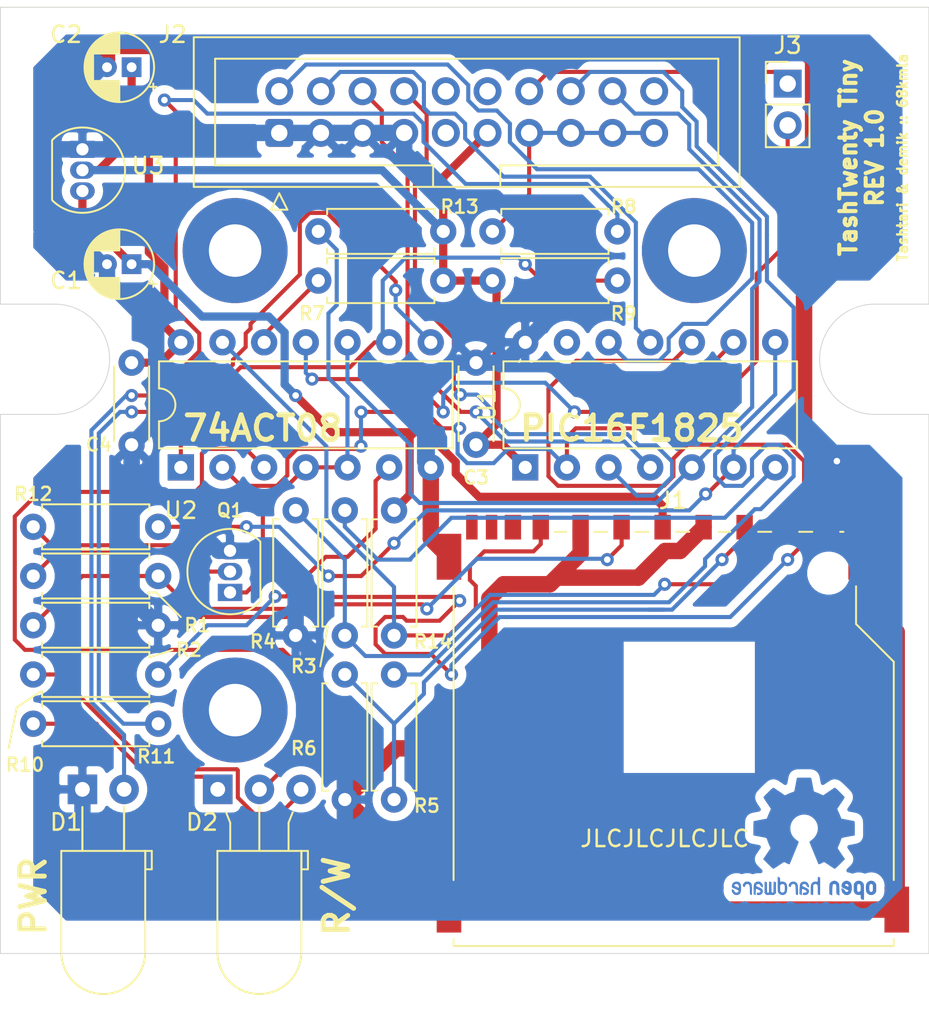
<source format=kicad_pcb>
(kicad_pcb (version 20171130) (host pcbnew "(5.1.12-1-10_14)")
  (title_block (title "TashTwenty Tiny") (date 2021-11-30) (rev 1.0) (company Lostwave) (comment 1 https://68kmla.org) (comment 2 https://68kmla.org/bb/index.php?threads/tashtwenty-single-chip-dcd-hard-disk-20-interface.39357/) (comment 3 https://github.com/lampmerchant/tashtwenty))
  (layers (0 F.Cu signal) (31 B.Cu signal hide) (34 B.Paste user) (35 F.Paste user) (36 B.SilkS user) (37 F.SilkS user) (38 B.Mask user) (39 F.Mask user) (44 Edge.Cuts user))
  (net 0 "")
  (net 1 /MMC_MISO_LV)
  (net 2 GND)
  (net 3 +3V3)
  (net 4 WR)
  (net 5 RD)
  (net 6 "Net-(J2-Pad14)")
  (net 7 PH3)
  (net 8 PH2)
  (net 9 PH1)
  (net 10 PH0)
  (net 11 +12V)
  (net 12 +5V)
  (net 13 ~ENABLE)
  (net 14 "Net-(Q1-Pad1)")
  (net 15 /MMC_MISO)
  (net 16 "Net-(D1-Pad2)")
  (net 17 "Net-(D2-Pad3)")
  (net 18 "Net-(D2-Pad1)")
  (net 19 /MMC_SCK_LV)
  (net 20 /MMC_MOSI_LV)
  (net 21 /~MMC_CS_LV)
  (net 22 "Net-(Q1-Pad2)")
  (net 23 /MMC_SCK)
  (net 24 /~MMC_CS)
  (net 25 /MMC_MOSI)
  (net 26 "Net-(R7-Pad2)")
  (net 27 "Net-(R9-Pad2)")
  (net 28 "Net-(R10-Pad2)")
  (net 29 "Net-(R11-Pad2)")
  (net 30 "Net-(D2-Pad2)")
  (module LED_THT:LED_D5.0mm_Horizontal_O3.81mm_Z3.0mm (layer F.Cu) (at 132 117)
    (fp_text reference D1 (at -1 2) (layer F.SilkS))
    (fp_text value LED)
    (pad 2 thru_hole circle (at 2.54 0) (size 1.8 1.8) (drill 0.9) (layers *.Cu *.Mask) (net 16 "Net-(D1-Pad2)"))
    (pad 1 thru_hole rect (at 0 0) (size 1.8 1.8) (drill 0.9) (layers *.Cu *.Mask) (net 2 GND))
  )
  (module LED_THT:LED_D5.0mm-3_Horizontal_O3.81mm_Z3.0mm (layer F.Cu) (at 140.25 117)
    (fp_text reference D2 (at -0.96 2) (layer F.SilkS))
    (fp_text value LED_Dual_ACA)
    (pad 1 thru_hole rect (at 0 0) (size 1.8 1.8) (drill 0.9) (layers *.Cu *.Mask) (net 18 "Net-(D2-Pad1)"))
    (pad 2 thru_hole circle (at 2.54 0) (size 1.8 1.8) (drill 0.9) (layers *.Cu *.Mask) (net 30 "Net-(D2-Pad2)"))
    (pad 3 thru_hole circle (at 5.08 0) (size 1.8 1.8) (drill 0.9) (layers *.Cu *.Mask) (net 17 "Net-(D2-Pad3)"))
  )
  (module Symbol:OSHW-Logo2_9.8x8mm_Copper (layer B.Cu) (at 176 120 180)
    (fp_text reference REF** hide)
    (fp_text value OSHW-Logo2_9.8x8mm_Copper hide)
    (fp_poly (pts (xy 0.139878 3.712224) (xy 0.245612 3.711645) (xy 0.322132 3.710078) (xy 0.374372 3.707028) (xy 0.407263 3.702004) (xy 0.425737 3.694511) (xy 0.434727 3.684056) (xy 0.439163 3.670147) (xy 0.439594 3.668346) (xy 0.446333 3.635855) (xy 0.458808 3.571748) (xy 0.475719 3.482849) (xy 0.495771 3.375981) (xy 0.517664 3.257967) (xy 0.518429 3.253822) (xy 0.540359 3.138169) (xy 0.560877 3.035986) (xy 0.578659 2.953402) (xy 0.592381 2.896544) (xy 0.600718 2.871542) (xy 0.601116 2.871099) (xy 0.625677 2.85889) (xy 0.676315 2.838544) (xy 0.742095 2.814455) (xy 0.742461 2.814326) (xy 0.825317 2.783182) (xy 0.923 2.743509) (xy 1.015077 2.703619) (xy 1.019434 2.701647) (xy 1.169407 2.63358) (xy 1.501498 2.860361) (xy 1.603374 2.929496) (xy 1.695657 2.991303) (xy 1.773003 3.042267) (xy 1.830064 3.078873) (xy 1.861495 3.097606) (xy 1.864479 3.098996) (xy 1.887321 3.09281) (xy 1.929982 3.062965) (xy 1.994128 3.008053) (xy 2.081421 2.926666) (xy 2.170535 2.840078) (xy 2.256441 2.754753) (xy 2.333327 2.676892) (xy 2.396564 2.611303) (xy 2.441523 2.562795) (xy 2.463576 2.536175) (xy 2.464396 2.534805) (xy 2.466834 2.516537) (xy 2.45765 2.486705) (xy 2.434574 2.441279) (xy 2.395337 2.37623) (xy 2.33767 2.28753) (xy 2.260795 2.173343) (xy 2.19257 2.072838) (xy 2.131582 1.982697) (xy 2.081356 1.908151) (xy 2.045416 1.854435) (xy 2.027287 1.826782) (xy 2.026146 1.824905) (xy 2.028359 1.79841) (xy 2.045138 1.746914) (xy 2.073142 1.680149) (xy 2.083122 1.658828) (xy 2.126672 1.563841) (xy 2.173134 1.456063) (xy 2.210877 1.362808) (xy 2.238073 1.293594) (xy 2.259675 1.240994) (xy 2.272158 1.213503) (xy 2.273709 1.211384) (xy 2.296668 1.207876) (xy 2.350786 1.198262) (xy 2.428868 1.183911) (xy 2.523719 1.166193) (xy 2.628143 1.146475) (xy 2.734944 1.126126) (xy 2.836926 1.106514) (xy 2.926894 1.089009) (xy 2.997653 1.074978) (xy 3.042006 1.065791) (xy 3.052885 1.063193) (xy 3.064122 1.056782) (xy 3.072605 1.042303) (xy 3.078714 1.014867) (xy 3.082832 0.969589) (xy 3.085341 0.90158) (xy 3.086621 0.805953) (xy 3.087054 0.67782) (xy 3.087077 0.625299) (xy 3.087077 0.198155) (xy 2.9845 0.177909) (xy 2.927431 0.16693) (xy 2.842269 0.150905) (xy 2.739372 0.131767) (xy 2.629096 0.111449) (xy 2.598615 0.105868) (xy 2.496855 0.086083) (xy 2.408205 0.066627) (xy 2.340108 0.049303) (xy 2.300004 0.035912) (xy 2.293323 0.031921) (xy 2.276919 0.003658) (xy 2.253399 -0.051109) (xy 2.227316 -0.121588) (xy 2.222142 -0.136769) (xy 2.187956 -0.230896) (xy 2.145523 -0.337101) (xy 2.103997 -0.432473) (xy 2.103792 -0.432916) (xy 2.03464 -0.582525) (xy 2.489512 -1.251617) (xy 2.1975 -1.544116) (xy 2.10918 -1.63117) (xy 2.028625 -1.707909) (xy 1.96036 -1.770237) (xy 1.908908 -1.814056) (xy 1.878794 -1.83527) (xy 1.874474 -1.836616) (xy 1.849111 -1.826016) (xy 1.797358 -1.796547) (xy 1.724868 -1.751705) (xy 1.637294 -1.694984) (xy 1.542612 -1.631462) (xy 1.446516 -1.566668) (xy 1.360837 -1.510287) (xy 1.291016 -1.465788) (xy 1.242494 -1.436639) (xy 1.220782 -1.426308) (xy 1.194293 -1.43505) (xy 1.144062 -1.458087) (xy 1.080451 -1.490631) (xy 1.073708 -1.494249) (xy 0.988046 -1.53721) (xy 0.929306 -1.558279) (xy 0.892772 -1.558503) (xy 0.873731 -1.538928) (xy 0.87362 -1.538654) (xy 0.864102 -1.515472) (xy 0.841403 -1.460441) (xy 0.807282 -1.377822) (xy 0.7635 -1.271872) (xy 0.711816 -1.146852) (xy 0.653992 -1.00702) (xy 0.597991 -0.871637) (xy 0.536447 -0.722234) (xy 0.479939 -0.583832) (xy 0.430161 -0.460673) (xy 0.388806 -0.357002) (xy 0.357568 -0.277059) (xy 0.338141 -0.225088) (xy 0.332154 -0.205692) (xy 0.347168 -0.183443) (xy 0.386439 -0.147982) (xy 0.438807 -0.108887) (xy 0.587941 0.014755) (xy 0.704511 0.156478) (xy 0.787118 0.313296) (xy 0.834366 0.482225) (xy 0.844857 0.660278) (xy 0.837231 0.742461) (xy 0.795682 0.912969) (xy 0.724123 1.063541) (xy 0.626995 1.192691) (xy 0.508734 1.298936) (xy 0.37378 1.38079) (xy 0.226571 1.436768) (xy 0.071544 1.465385) (xy -0.086861 1.465156) (xy -0.244206 1.434595) (xy -0.396054 1.372218) (xy -0.537965 1.27654) (xy -0.597197 1.222428) (xy -0.710797 1.08348) (xy -0.789894 0.931639) (xy -0.835014 0.771333) (xy -0.846684 0.606988) (xy -0.825431 0.443029) (xy -0.77178 0.283882) (xy -0.68626 0.133975) (xy -0.569395 -0.002267) (xy -0.438807 -0.108887) (xy -0.384412 -0.149642) (xy -0.345986 -0.184718) (xy -0.332154 -0.205726) (xy -0.339397 -0.228635) (xy -0.359995 -0.283365) (xy -0.392254 -0.365672) (xy -0.434479 -0.471315) (xy -0.484977 -0.59605) (xy -0.542052 -0.735636) (xy -0.598146 -0.87167) (xy -0.660033 -1.021201) (xy -0.717356 -1.159767) (xy -0.768356 -1.283107) (xy -0.811273 -1.386964) (xy -0.844347 -1.46708) (xy -0.865819 -1.519195) (xy -0.873775 -1.538654) (xy -0.892571 -1.558423) (xy -0.928926 -1.558365) (xy -0.987521 -1.537441) (xy -1.073032 -1.494613) (xy -1.073708 -1.494249) (xy -1.138093 -1.461012) (xy -1.190139 -1.436802) (xy -1.219488 -1.426404) (xy -1.220783 -1.426308) (xy -1.242876 -1.436855) (xy -1.291652 -1.466184) (xy -1.361669 -1.510827) (xy -1.447486 -1.567314) (xy -1.542612 -1.631462) (xy -1.63946 -1.696411) (xy -1.726747 -1.752896) (xy -1.798819 -1.797421) (xy -1.850023 -1.82649) (xy -1.874474 -1.836616) (xy -1.89699 -1.823307) (xy -1.942258 -1.786112) (xy -2.005756 -1.729128) (xy -2.082961 -1.656449) (xy -2.169349 -1.572171) (xy -2.197601 -1.544016) (xy -2.489713 -1.251416) (xy -2.267369 -0.925104) (xy -2.199798 -0.824897) (xy -2.140493 -0.734963) (xy -2.092783 -0.66051) (xy -2.059993 -0.606751) (xy -2.045452 -0.578894) (xy -2.045026 -0.576912) (xy -2.052692 -0.550655) (xy -2.073311 -0.497837) (xy -2.103315 -0.42731) (xy -2.124375 -0.380093) (xy -2.163752 -0.289694) (xy -2.200835 -0.198366) (xy -2.229585 -0.1212) (xy -2.237395 -0.097692) (xy -2.259583 -0.034916) (xy -2.281273 0.013589) (xy -2.293187 0.031921) (xy -2.319477 0.043141) (xy -2.376858 0.059046) (xy -2.457882 0.077833) (xy -2.555105 0.097701) (xy -2.598615 0.105868) (xy -2.709104 0.126171) (xy -2.815084 0.14583) (xy -2.906199 0.162912) (xy -2.972092 0.175482) (xy -2.9845 0.177909) (xy -3.087077 0.198155) (xy -3.087077 0.625299) (xy -3.086847 0.765754) (xy -3.085901 0.872021) (xy -3.083859 0.948987) (xy -3.080338 1.00154) (xy -3.074957 1.034567) (xy -3.067334 1.052955) (xy -3.057088 1.061592) (xy -3.052885 1.063193) (xy -3.02753 1.068873) (xy -2.971516 1.080205) (xy -2.892036 1.095821) (xy -2.796288 1.114353) (xy -2.691467 1.134431) (xy -2.584768 1.154688) (xy -2.483387 1.173754) (xy -2.394521 1.190261) (xy -2.325363 1.202841) (xy -2.283111 1.210125) (xy -2.27371 1.211384) (xy -2.265193 1.228237) (xy -2.24634 1.27313) (xy -2.220676 1.33757) (xy -2.210877 1.362808) (xy -2.171352 1.460314) (xy -2.124808 1.568041) (xy -2.083123 1.658828) (xy -2.05245 1.728247) (xy -2.032044 1.78529) (xy -2.025232 1.820223) (xy -2.026318 1.824905) (xy -2.040715 1.847009) (xy -2.073588 1.896169) (xy -2.12141 1.967152) (xy -2.180652 2.054722) (xy -2.247785 2.153643) (xy -2.261059 2.17317) (xy -2.338954 2.28886) (xy -2.396213 2.376956) (xy -2.435119 2.441514) (xy -2.457956 2.486589) (xy -2.467006 2.516237) (xy -2.464552 2.534515) (xy -2.464489 2.534631) (xy -2.445173 2.558639) (xy -2.402449 2.605053) (xy -2.340949 2.669063) (xy -2.265302 2.745855) (xy -2.180139 2.830618) (xy -2.170535 2.840078) (xy -2.06321 2.944011) (xy -1.980385 3.020325) (xy -1.920395 3.070429) (xy -1.881577 3.09573) (xy -1.86448 3.098996) (xy -1.839527 3.08475) (xy -1.787745 3.051844) (xy -1.71448 3.003792) (xy -1.62508 2.94411) (xy -1.524889 2.876312) (xy -1.501499 2.860361) (xy -1.169407 2.63358) (xy -1.019435 2.701647) (xy -0.92823 2.741315) (xy -0.830331 2.781209) (xy -0.746169 2.813017) (xy -0.742462 2.814326) (xy -0.676631 2.838424) (xy -0.625884 2.8588) (xy -0.601158 2.871064) (xy -0.601116 2.871099) (xy -0.593271 2.893266) (xy -0.579934 2.947783) (xy -0.56243 3.02852) (xy -0.542083 3.12935) (xy -0.520218 3.244144) (xy -0.518429 3.253822) (xy -0.496496 3.372096) (xy -0.47636 3.479458) (xy -0.45932 3.569083) (xy -0.446672 3.634149) (xy -0.439716 3.667832) (xy -0.439594 3.668346) (xy -0.435361 3.682675) (xy -0.427129 3.693493) (xy -0.409967 3.701294) (xy -0.378942 3.706571) (xy -0.329122 3.709818) (xy -0.255576 3.711528) (xy -0.153371 3.712193) (xy -0.017575 3.712307) (xy 0 3.712308) (xy 0.139878 3.712224)) (layer B.Cu) (width 0.01))
    (fp_poly (pts (xy 4.245224 -2.647838) (xy 4.322528 -2.698361) (xy 4.359814 -2.74359) (xy 4.389353 -2.825663) (xy 4.391699 -2.890607) (xy 4.386385 -2.977445) (xy 4.186115 -3.065103) (xy 4.088739 -3.109887) (xy 4.025113 -3.145913) (xy 3.992029 -3.177117) (xy 3.98628 -3.207436) (xy 4.004658 -3.240805) (xy 4.024923 -3.262923) (xy 4.083889 -3.298393) (xy 4.148024 -3.300879) (xy 4.206926 -3.273235) (xy 4.250197 -3.21832) (xy 4.257936 -3.198928) (xy 4.295006 -3.138364) (xy 4.337654 -3.112552) (xy 4.396154 -3.090471) (xy 4.396154 -3.174184) (xy 4.390982 -3.23115) (xy 4.370723 -3.279189) (xy 4.328262 -3.334346) (xy 4.321951 -3.341514) (xy 4.27472 -3.390585) (xy 4.234121 -3.41692) (xy 4.183328 -3.429035) (xy 4.14122 -3.433003) (xy 4.065902 -3.433991) (xy 4.012286 -3.421466) (xy 3.978838 -3.402869) (xy 3.926268 -3.361975) (xy 3.889879 -3.317748) (xy 3.86685 -3.262126) (xy 3.854359 -3.187047) (xy 3.849587 -3.084449) (xy 3.849206 -3.032376) (xy 3.850501 -2.969948) (xy 3.968471 -2.969948) (xy 3.969839 -3.003438) (xy 3.973249 -3.008923) (xy 3.995753 -3.001472) (xy 4.044182 -2.981753) (xy 4.108908 -2.953718) (xy 4.122443 -2.947692) (xy 4.204244 -2.906096) (xy 4.249312 -2.869538) (xy 4.259217 -2.835296) (xy 4.235526 -2.800648) (xy 4.21596 -2.785339) (xy 4.14536 -2.754721) (xy 4.07928 -2.75978) (xy 4.023959 -2.797151) (xy 3.985636 -2.863473) (xy 3.973349 -2.916116) (xy 3.968471 -2.969948) (xy 3.850501 -2.969948) (xy 3.85173 -2.91072) (xy 3.861032 -2.82071) (xy 3.87946 -2.755167) (xy 3.90936 -2.706912) (xy 3.95308 -2.668767) (xy 3.972141 -2.65644) (xy 4.058726 -2.624336) (xy 4.153522 -2.622316) (xy 4.245224 -2.647838)) (layer B.Cu) (width 0.01))
    (fp_poly (pts (xy 3.570807 -2.636782) (xy 3.594161 -2.646988) (xy 3.649902 -2.691134) (xy 3.697569 -2.754967) (xy 3.727048 -2.823087) (xy 3.731846 -2.85667) (xy 3.71576 -2.903556) (xy 3.680475 -2.928365) (xy 3.642644 -2.943387) (xy 3.625321 -2.946155) (xy 3.616886 -2.926066) (xy 3.60023 -2.882351) (xy 3.592923 -2.862598) (xy 3.551948 -2.794271) (xy 3.492622 -2.760191) (xy 3.416552 -2.761239) (xy 3.410918 -2.762581) (xy 3.370305 -2.781836) (xy 3.340448 -2.819375) (xy 3.320055 -2.879809) (xy 3.307836 -2.967751) (xy 3.3025 -3.087813) (xy 3.302 -3.151698) (xy 3.301752 -3.252403) (xy 3.300126 -3.321054) (xy 3.295801 -3.364673) (xy 3.287454 -3.390282) (xy 3.273765 -3.404903) (xy 3.253411 -3.415558) (xy 3.252234 -3.416095) (xy 3.213038 -3.432667) (xy 3.193619 -3.438769) (xy 3.190635 -3.420319) (xy 3.188081 -3.369323) (xy 3.18614 -3.292308) (xy 3.184997 -3.195805) (xy 3.184769 -3.125184) (xy 3.185932 -2.988525) (xy 3.190479 -2.884851) (xy 3.199999 -2.808108) (xy 3.216081 -2.752246) (xy 3.240313 -2.711212) (xy 3.274286 -2.678954) (xy 3.307833 -2.65644) (xy 3.388499 -2.626476) (xy 3.482381 -2.619718) (xy 3.570807 -2.636782)) (layer B.Cu) (width 0.01))
    (fp_poly (pts (xy 2.887333 -2.633528) (xy 2.94359 -2.659117) (xy 2.987747 -2.690124) (xy 3.020101 -2.724795) (xy 3.042438 -2.76952) (xy 3.056546 -2.830692) (xy 3.064211 -2.914701) (xy 3.06722 -3.02794) (xy 3.067538 -3.102509) (xy 3.067538 -3.39342) (xy 3.017773 -3.416095) (xy 2.978576 -3.432667) (xy 2.959157 -3.438769) (xy 2.955442 -3.42061) (xy 2.952495 -3.371648) (xy 2.950691 -3.300153) (xy 2.950308 -3.243385) (xy 2.948661 -3.161371) (xy 2.944222 -3.096309) (xy 2.93774 -3.056467) (xy 2.93259 -3.048) (xy 2.897977 -3.056646) (xy 2.84364 -3.078823) (xy 2.780722 -3.108886) (xy 2.720368 -3.141192) (xy 2.673721 -3.170098) (xy 2.651926 -3.189961) (xy 2.651839 -3.190175) (xy 2.653714 -3.226935) (xy 2.670525 -3.262026) (xy 2.700039 -3.290528) (xy 2.743116 -3.300061) (xy 2.779932 -3.29895) (xy 2.832074 -3.298133) (xy 2.859444 -3.310349) (xy 2.875882 -3.342624) (xy 2.877955 -3.34871) (xy 2.885081 -3.394739) (xy 2.866024 -3.422687) (xy 2.816353 -3.436007) (xy 2.762697 -3.43847) (xy 2.666142 -3.42021) (xy 2.616159 -3.394131) (xy 2.554429 -3.332868) (xy 2.52169 -3.25767) (xy 2.518753 -3.178211) (xy 2.546424 -3.104167) (xy 2.588047 -3.057769) (xy 2.629604 -3.031793) (xy 2.694922 -2.998907) (xy 2.771038 -2.965557) (xy 2.783726 -2.960461) (xy 2.867333 -2.923565) (xy 2.91553 -2.891046) (xy 2.93103 -2.858718) (xy 2.91655 -2.822394) (xy 2.891692 -2.794) (xy 2.832939 -2.759039) (xy 2.768293 -2.756417) (xy 2.709008 -2.783358) (xy 2.666339 -2.837088) (xy 2.660739 -2.85095) (xy 2.628133 -2.901936) (xy 2.58053 -2.939787) (xy 2.520461 -2.97085) (xy 2.520461 -2.882768) (xy 2.523997 -2.828951) (xy 2.539156 -2.786534) (xy 2.572768 -2.741279) (xy 2.605035 -2.70642) (xy 2.655209 -2.657062) (xy 2.694193 -2.630547) (xy 2.736064 -2.619911) (xy 2.78346 -2.618154) (xy 2.887333 -2.633528)) (layer B.Cu) (width 0.01))
    (fp_poly (pts (xy 2.395929 -2.636662) (xy 2.398911 -2.688068) (xy 2.401247 -2.766192) (xy 2.402749 -2.864857) (xy 2.403231 -2.968343) (xy 2.403231 -3.318533) (xy 2.341401 -3.380363) (xy 2.298793 -3.418462) (xy 2.26139 -3.433895) (xy 2.21027 -3.432918) (xy 2.189978 -3.430433) (xy 2.126554 -3.4232) (xy 2.074095 -3.419055) (xy 2.061308 -3.418672) (xy 2.018199 -3.421176) (xy 1.956544 -3.427462) (xy 1.932638 -3.430433) (xy 1.873922 -3.435028) (xy 1.834464 -3.425046) (xy 1.795338 -3.394228) (xy 1.781215 -3.380363) (xy 1.719385 -3.318533) (xy 1.719385 -2.663503) (xy 1.76915 -2.640829) (xy 1.812002 -2.624034) (xy 1.837073 -2.618154) (xy 1.843501 -2.636736) (xy 1.849509 -2.688655) (xy 1.854697 -2.768172) (xy 1.858664 -2.869546) (xy 1.860577 -2.955192) (xy 1.865923 -3.292231) (xy 1.91256 -3.298825) (xy 1.954976 -3.294214) (xy 1.97576 -3.279287) (xy 1.98157 -3.251377) (xy 1.98653 -3.191925) (xy 1.990246 -3.108466) (xy 1.992324 -3.008532) (xy 1.992624 -2.957104) (xy 1.992923 -2.661054) (xy 2.054454 -2.639604) (xy 2.098004 -2.62502) (xy 2.121694 -2.618219) (xy 2.122377 -2.618154) (xy 2.124754 -2.636642) (xy 2.127366 -2.687906) (xy 2.129995 -2.765649) (xy 2.132421 -2.863574) (xy 2.134115 -2.955192) (xy 2.139461 -3.292231) (xy 2.256692 -3.292231) (xy 2.262072 -2.984746) (xy 2.267451 -2.677261) (xy 2.324601 -2.647707) (xy 2.366797 -2.627413) (xy 2.39177 -2.618204) (xy 2.392491 -2.618154) (xy 2.395929 -2.636662)) (layer B.Cu) (width 0.01))
    (fp_poly (pts (xy 1.602081 -2.780289) (xy 1.601833 -2.92632) (xy 1.600872 -3.038655) (xy 1.598794 -3.122678) (xy 1.595193 -3.183769) (xy 1.589665 -3.227309) (xy 1.581804 -3.258679) (xy 1.571207 -3.283262) (xy 1.563182 -3.297294) (xy 1.496728 -3.373388) (xy 1.41247 -3.421084) (xy 1.319249 -3.438199) (xy 1.2259 -3.422546) (xy 1.170312 -3.394418) (xy 1.111957 -3.34576) (xy 1.072186 -3.286333) (xy 1.04819 -3.208507) (xy 1.037161 -3.104652) (xy 1.035599 -3.028462) (xy 1.035809 -3.022986) (xy 1.172308 -3.022986) (xy 1.173141 -3.110355) (xy 1.176961 -3.168192) (xy 1.185746 -3.206029) (xy 1.201474 -3.233398) (xy 1.220266 -3.254042) (xy 1.283375 -3.29389) (xy 1.351137 -3.297295) (xy 1.415179 -3.264025) (xy 1.420164 -3.259517) (xy 1.441439 -3.236067) (xy 1.454779 -3.208166) (xy 1.462001 -3.166641) (xy 1.464923 -3.102316) (xy 1.465385 -3.0312) (xy 1.464383 -2.941858) (xy 1.460238 -2.882258) (xy 1.451236 -2.843089) (xy 1.435667 -2.81504) (xy 1.422902 -2.800144) (xy 1.3636 -2.762575) (xy 1.295301 -2.758057) (xy 1.23011 -2.786753) (xy 1.217528 -2.797406) (xy 1.196111 -2.821063) (xy 1.182744 -2.849251) (xy 1.175566 -2.891245) (xy 1.172719 -2.956319) (xy 1.172308 -3.022986) (xy 1.035809 -3.022986) (xy 1.040322 -2.905765) (xy 1.056362 -2.813577) (xy 1.086528 -2.744269) (xy 1.133629 -2.690211) (xy 1.170312 -2.662505) (xy 1.23699 -2.632572) (xy 1.314272 -2.618678) (xy 1.38611 -2.622397) (xy 1.426308 -2.6374) (xy 1.442082 -2.64167) (xy 1.45255 -2.62575) (xy 1.459856 -2.583089) (xy 1.465385 -2.518106) (xy 1.471437 -2.445732) (xy 1.479844 -2.402187) (xy 1.495141 -2.377287) (xy 1.521864 -2.360845) (xy 1.538654 -2.353564) (xy 1.602154 -2.326963) (xy 1.602081 -2.780289)) (layer B.Cu) (width 0.01))
    (fp_poly (pts (xy 0.713362 -2.62467) (xy 0.802117 -2.657421) (xy 0.874022 -2.71535) (xy 0.902144 -2.756128) (xy 0.932802 -2.830954) (xy 0.932165 -2.885058) (xy 0.899987 -2.921446) (xy 0.888081 -2.927633) (xy 0.836675 -2.946925) (xy 0.810422 -2.941982) (xy 0.80153 -2.909587) (xy 0.801077 -2.891692) (xy 0.784797 -2.825859) (xy 0.742365 -2.779807) (xy 0.683388 -2.757564) (xy 0.617475 -2.763161) (xy 0.563895 -2.792229) (xy 0.545798 -2.80881) (xy 0.532971 -2.828925) (xy 0.524306 -2.859332) (xy 0.518696 -2.906788) (xy 0.515035 -2.97805) (xy 0.512215 -3.079875) (xy 0.511484 -3.112115) (xy 0.50882 -3.22241) (xy 0.505792 -3.300036) (xy 0.50125 -3.351396) (xy 0.494046 -3.38289) (xy 0.483033 -3.40092) (xy 0.46706 -3.411888) (xy 0.456834 -3.416733) (xy 0.413406 -3.433301) (xy 0.387842 -3.438769) (xy 0.379395 -3.420507) (xy 0.374239 -3.365296) (xy 0.372346 -3.272499) (xy 0.373689 -3.141478) (xy 0.374107 -3.121269) (xy 0.377058 -3.001733) (xy 0.380548 -2.914449) (xy 0.385514 -2.852591) (xy 0.392893 -2.809336) (xy 0.403624 -2.77786) (xy 0.418645 -2.751339) (xy 0.426502 -2.739975) (xy 0.471553 -2.689692) (xy 0.52194 -2.650581) (xy 0.528108 -2.647167) (xy 0.618458 -2.620212) (xy 0.713362 -2.62467)) (layer B.Cu) (width 0.01))
    (fp_poly (pts (xy 0.053501 -2.626303) (xy 0.13006 -2.654733) (xy 0.130936 -2.655279) (xy 0.178285 -2.690127) (xy 0.213241 -2.730852) (xy 0.237825 -2.783925) (xy 0.254062 -2.855814) (xy 0.263975 -2.952992) (xy 0.269586 -3.081928) (xy 0.270077 -3.100298) (xy 0.277141 -3.377287) (xy 0.217695 -3.408028) (xy 0.174681 -3.428802) (xy 0.14871 -3.438646) (xy 0.147509 -3.438769) (xy 0.143014 -3.420606) (xy 0.139444 -3.371612) (xy 0.137248 -3.300031) (xy 0.136769 -3.242068) (xy 0.136758 -3.14817) (xy 0.132466 -3.089203) (xy 0.117503 -3.061079) (xy 0.085482 -3.059706) (xy 0.030014 -3.080998) (xy -0.053731 -3.120136) (xy -0.115311 -3.152643) (xy -0.146983 -3.180845) (xy -0.156294 -3.211582) (xy -0.156308 -3.213104) (xy -0.140943 -3.266054) (xy -0.095453 -3.29466) (xy -0.025834 -3.298803) (xy 0.024313 -3.298084) (xy 0.050754 -3.312527) (xy 0.067243 -3.347218) (xy 0.076733 -3.391416) (xy 0.063057 -3.416493) (xy 0.057907 -3.420082) (xy 0.009425 -3.434496) (xy -0.058469 -3.436537) (xy -0.128388 -3.426983) (xy -0.177932 -3.409522) (xy -0.24643 -3.351364) (xy -0.285366 -3.270408) (xy -0.293077 -3.20716) (xy -0.287193 -3.150111) (xy -0.265899 -3.103542) (xy -0.223735 -3.062181) (xy -0.155241 -3.020755) (xy -0.054956 -2.973993) (xy -0.048846 -2.97135) (xy 0.04149 -2.929617) (xy 0.097235 -2.895391) (xy 0.121129 -2.864635) (xy 0.115913 -2.833311) (xy 0.084328 -2.797383) (xy 0.074883 -2.789116) (xy 0.011617 -2.757058) (xy -0.053936 -2.758407) (xy -0.111028 -2.789838) (xy -0.148907 -2.848024) (xy -0.152426 -2.859446) (xy -0.1867 -2.914837) (xy -0.230191 -2.941518) (xy -0.293077 -2.96796) (xy -0.293077 -2.899548) (xy -0.273948 -2.80011) (xy -0.217169 -2.708902) (xy -0.187622 -2.678389) (xy -0.120458 -2.639228) (xy -0.035044 -2.6215) (xy 0.053501 -2.626303)) (layer B.Cu) (width 0.01))
    (fp_poly (pts (xy -0.840154 -2.49212) (xy -0.834428 -2.57198) (xy -0.827851 -2.619039) (xy -0.818738 -2.639566) (xy -0.805402 -2.639829) (xy -0.801077 -2.637378) (xy -0.743556 -2.619636) (xy -0.668732 -2.620672) (xy -0.592661 -2.63891) (xy -0.545082 -2.662505) (xy -0.496298 -2.700198) (xy -0.460636 -2.742855) (xy -0.436155 -2.797057) (xy -0.420913 -2.869384) (xy -0.41297 -2.966419) (xy -0.410384 -3.094742) (xy -0.410338 -3.119358) (xy -0.410308 -3.39587) (xy -0.471839 -3.41732) (xy -0.515541 -3.431912) (xy -0.539518 -3.438706) (xy -0.540223 -3.438769) (xy -0.542585 -3.420345) (xy -0.544594 -3.369526) (xy -0.546099 -3.292993) (xy -0.546947 -3.19743) (xy -0.547077 -3.139329) (xy -0.547349 -3.024771) (xy -0.548748 -2.942667) (xy -0.552151 -2.886393) (xy -0.558433 -2.849326) (xy -0.568471 -2.824844) (xy -0.583139 -2.806325) (xy -0.592298 -2.797406) (xy -0.655211 -2.761466) (xy -0.723864 -2.758775) (xy -0.786152 -2.78917) (xy -0.797671 -2.800144) (xy -0.814567 -2.820779) (xy -0.826286 -2.845256) (xy -0.833767 -2.880647) (xy -0.837946 -2.934026) (xy -0.839763 -3.012466) (xy -0.840154 -3.120617) (xy -0.840154 -3.39587) (xy -0.901685 -3.41732) (xy -0.945387 -3.431912) (xy -0.969364 -3.438706) (xy -0.97007 -3.438769) (xy -0.971874 -3.420069) (xy -0.9735 -3.367322) (xy -0.974883 -3.285557) (xy -0.975958 -3.179805) (xy -0.97666 -3.055094) (xy -0.976923 -2.916455) (xy -0.976923 -2.381806) (xy -0.849923 -2.328236) (xy -0.840154 -2.49212)) (layer B.Cu) (width 0.01))
    (fp_poly (pts (xy -2.465746 -2.599745) (xy -2.388714 -2.651567) (xy -2.329184 -2.726412) (xy -2.293622 -2.821654) (xy -2.286429 -2.891756) (xy -2.287246 -2.921009) (xy -2.294086 -2.943407) (xy -2.312888 -2.963474) (xy -2.349592 -2.985733) (xy -2.410138 -3.014709) (xy -2.500466 -3.054927) (xy -2.500923 -3.055129) (xy -2.584067 -3.09321) (xy -2.652247 -3.127025) (xy -2.698495 -3.152933) (xy -2.715842 -3.167295) (xy -2.715846 -3.167411) (xy -2.700557 -3.198685) (xy -2.664804 -3.233157) (xy -2.623758 -3.25799) (xy -2.602963 -3.262923) (xy -2.54623 -3.245862) (xy -2.497373 -3.203133) (xy -2.473535 -3.156155) (xy -2.450603 -3.121522) (xy -2.405682 -3.082081) (xy -2.352877 -3.048009) (xy -2.30629 -3.02948) (xy -2.296548 -3.028462) (xy -2.285582 -3.045215) (xy -2.284921 -3.088039) (xy -2.29298 -3.145781) (xy -2.308173 -3.207289) (xy -2.328914 -3.261409) (xy -2.329962 -3.26351) (xy -2.392379 -3.35066) (xy -2.473274 -3.409939) (xy -2.565144 -3.439034) (xy -2.660487 -3.435634) (xy -2.751802 -3.397428) (xy -2.755862 -3.394741) (xy -2.827694 -3.329642) (xy -2.874927 -3.244705) (xy -2.901066 -3.133021) (xy -2.904574 -3.101643) (xy -2.910787 -2.953536) (xy -2.903339 -2.884468) (xy -2.715846 -2.884468) (xy -2.71341 -2.927552) (xy -2.700086 -2.940126) (xy -2.666868 -2.930719) (xy -2.614506 -2.908483) (xy -2.555976 -2.88061) (xy -2.554521 -2.879872) (xy -2.504911 -2.853777) (xy -2.485 -2.836363) (xy -2.48991 -2.818107) (xy -2.510584 -2.79412) (xy -2.563181 -2.759406) (xy -2.619823 -2.756856) (xy -2.670631 -2.782119) (xy -2.705724 -2.830847) (xy -2.715846 -2.884468) (xy -2.903339 -2.884468) (xy -2.898008 -2.835036) (xy -2.865222 -2.741055) (xy -2.819579 -2.675215) (xy -2.737198 -2.608681) (xy -2.646454 -2.575676) (xy -2.553815 -2.573573) (xy -2.465746 -2.599745)) (layer B.Cu) (width 0.01))
    (fp_poly (pts (xy -3.983114 -2.587256) (xy -3.891536 -2.635409) (xy -3.823951 -2.712905) (xy -3.799943 -2.762727) (xy -3.781262 -2.837533) (xy -3.771699 -2.932052) (xy -3.770792 -3.03521) (xy -3.778079 -3.135935) (xy -3.793097 -3.223153) (xy -3.815385 -3.285791) (xy -3.822235 -3.296579) (xy -3.903368 -3.377105) (xy -3.999734 -3.425336) (xy -4.104299 -3.43945) (xy -4.210032 -3.417629) (xy -4.239457 -3.404547) (xy -4.296759 -3.364231) (xy -4.34705 -3.310775) (xy -4.351803 -3.303995) (xy -4.371122 -3.271321) (xy -4.383892 -3.236394) (xy -4.391436 -3.190414) (xy -4.395076 -3.124584) (xy -4.396135 -3.030105) (xy -4.396154 -3.008923) (xy -4.396106 -3.002182) (xy -4.200769 -3.002182) (xy -4.199632 -3.091349) (xy -4.195159 -3.15052) (xy -4.185754 -3.188741) (xy -4.169824 -3.215053) (xy -4.161692 -3.223846) (xy -4.114942 -3.257261) (xy -4.069553 -3.255737) (xy -4.02366 -3.226752) (xy -3.996288 -3.195809) (xy -3.980077 -3.150643) (xy -3.970974 -3.07942) (xy -3.970349 -3.071114) (xy -3.968796 -2.942037) (xy -3.985035 -2.846172) (xy -4.018848 -2.784107) (xy -4.070016 -2.756432) (xy -4.08828 -2.754923) (xy -4.13624 -2.762513) (xy -4.169047 -2.788808) (xy -4.189105 -2.839095) (xy -4.198822 -2.918664) (xy -4.200769 -3.002182) (xy -4.396106 -3.002182) (xy -4.395426 -2.908249) (xy -4.392371 -2.837906) (xy -4.385678 -2.789163) (xy -4.37404 -2.753288) (xy -4.356147 -2.721548) (xy -4.352192 -2.715648) (xy -4.285733 -2.636104) (xy -4.213315 -2.589929) (xy -4.125151 -2.571599) (xy -4.095213 -2.570703) (xy -3.983114 -2.587256)) (layer B.Cu) (width 0.01))
    (fp_poly (pts (xy -1.728336 -2.595089) (xy -1.665633 -2.631358) (xy -1.622039 -2.667358) (xy -1.590155 -2.705075) (xy -1.56819 -2.751199) (xy -1.554351 -2.812421) (xy -1.546847 -2.895431) (xy -1.543883 -3.006919) (xy -1.543539 -3.087062) (xy -1.543539 -3.382065) (xy -1.709615 -3.456515) (xy -1.719385 -3.133402) (xy -1.723421 -3.012729) (xy -1.727656 -2.925141) (xy -1.732903 -2.86465) (xy -1.739975 -2.825268) (xy -1.749689 -2.801007) (xy -1.762856 -2.78588) (xy -1.767081 -2.782606) (xy -1.831091 -2.757034) (xy -1.895792 -2.767153) (xy -1.934308 -2.794) (xy -1.949975 -2.813024) (xy -1.96082 -2.837988) (xy -1.967712 -2.875834) (xy -1.971521 -2.933502) (xy -1.973117 -3.017935) (xy -1.973385 -3.105928) (xy -1.973437 -3.216323) (xy -1.975328 -3.294463) (xy -1.981655 -3.347165) (xy -1.995017 -3.381242) (xy -2.018015 -3.403511) (xy -2.053246 -3.420787) (xy -2.100303 -3.438738) (xy -2.151697 -3.458278) (xy -2.145579 -3.111485) (xy -2.143116 -2.986468) (xy -2.140233 -2.894082) (xy -2.136102 -2.827881) (xy -2.129893 -2.78142) (xy -2.120774 -2.748256) (xy -2.107917 -2.721944) (xy -2.092416 -2.698729) (xy -2.017629 -2.624569) (xy -1.926372 -2.581684) (xy -1.827117 -2.571412) (xy -1.728336 -2.595089)) (layer B.Cu) (width 0.01))
    (fp_poly (pts (xy -3.231114 -2.584505) (xy -3.156461 -2.621727) (xy -3.090569 -2.690261) (xy -3.072423 -2.715648) (xy -3.052655 -2.748866) (xy -3.039828 -2.784945) (xy -3.03249 -2.833098) (xy -3.029187 -2.902536) (xy -3.028462 -2.994206) (xy -3.031737 -3.11983) (xy -3.043123 -3.214154) (xy -3.064959 -3.284523) (xy -3.099581 -3.338286) (xy -3.14933 -3.382788) (xy -3.152986 -3.385423) (xy -3.202015 -3.412377) (xy -3.261055 -3.425712) (xy -3.336141 -3.429) (xy -3.458205 -3.429) (xy -3.458256 -3.547497) (xy -3.459392 -3.613492) (xy -3.466314 -3.652202) (xy -3.484402 -3.675419) (xy -3.519038 -3.694933) (xy -3.527355 -3.69892) (xy -3.56628 -3.717603) (xy -3.596417 -3.729403) (xy -3.618826 -3.730422) (xy -3.634567 -3.716761) (xy -3.644698 -3.684522) (xy -3.650277 -3.629804) (xy -3.652365 -3.548711) (xy -3.652019 -3.437344) (xy -3.6503 -3.291802) (xy -3.649763 -3.248269) (xy -3.647828 -3.098205) (xy -3.646096 -3.000042) (xy -3.458308 -3.000042) (xy -3.457252 -3.083364) (xy -3.452562 -3.13788) (xy -3.441949 -3.173837) (xy -3.423128 -3.201482) (xy -3.41035 -3.214965) (xy -3.35811 -3.254417) (xy -3.311858 -3.257628) (xy -3.264133 -3.225049) (xy -3.262923 -3.223846) (xy -3.243506 -3.198668) (xy -3.231693 -3.164447) (xy -3.225735 -3.111748) (xy -3.22388 -3.031131) (xy -3.223846 -3.013271) (xy -3.22833 -2.902175) (xy -3.242926 -2.825161) (xy -3.26935 -2.778147) (xy -3.309317 -2.75705) (xy -3.332416 -2.754923) (xy -3.387238 -2.7649) (xy -3.424842 -2.797752) (xy -3.447477 -2.857857) (xy -3.457394 -2.949598) (xy -3.458308 -3.000042) (xy -3.646096 -3.000042) (xy -3.645778 -2.98206) (xy -3.643127 -2.894679) (xy -3.639394 -2.830905) (xy -3.634093 -2.785582) (xy -3.626742 -2.753555) (xy -3.616857 -2.729668) (xy -3.603954 -2.708764) (xy -3.598421 -2.700898) (xy -3.525031 -2.626595) (xy -3.43224 -2.584467) (xy -3.324904 -2.572722) (xy -3.231114 -2.584505)) (layer B.Cu) (width 0.01))
  )
  (module Package_DIP:DIP-14_W7.62mm (layer F.Cu) (at 138 97.38 90)
    (fp_text reference U2 (at -2.62 0 180) (layer F.SilkS))
    (fp_text value 74ACT08)
    (pad 14 thru_hole oval (at 7.62 0 90) (size 1.6 1.6) (drill 0.8) (layers *.Cu *.Mask) (net 12 +5V))
    (pad 7 thru_hole oval (at 0 15.24 90) (size 1.6 1.6) (drill 0.8) (layers *.Cu *.Mask) (net 2 GND))
    (pad 13 thru_hole oval (at 7.62 2.54 90) (size 1.6 1.6) (drill 0.8) (layers *.Cu *.Mask) (net 1 /MMC_MISO_LV))
    (pad 6 thru_hole oval (at 0 12.7 90) (size 1.6 1.6) (drill 0.8) (layers *.Cu *.Mask) (net 28 "Net-(R10-Pad2)"))
    (pad 12 thru_hole oval (at 7.62 5.08 90) (size 1.6 1.6) (drill 0.8) (layers *.Cu *.Mask) (net 26 "Net-(R7-Pad2)"))
    (pad 5 thru_hole oval (at 0 10.16 90) (size 1.6 1.6) (drill 0.8) (layers *.Cu *.Mask) (net 14 "Net-(Q1-Pad1)"))
    (pad 11 thru_hole oval (at 7.62 7.62 90) (size 1.6 1.6) (drill 0.8) (layers *.Cu *.Mask) (net 15 /MMC_MISO))
    (pad 4 thru_hole oval (at 0 7.62 90) (size 1.6 1.6) (drill 0.8) (layers *.Cu *.Mask) (net 14 "Net-(Q1-Pad1)"))
    (pad 10 thru_hole oval (at 7.62 10.16 90) (size 1.6 1.6) (drill 0.8) (layers *.Cu *.Mask) (net 4 WR))
    (pad 3 thru_hole oval (at 0 5.08 90) (size 1.6 1.6) (drill 0.8) (layers *.Cu *.Mask) (net 30 "Net-(D2-Pad2)"))
    (pad 9 thru_hole oval (at 7.62 12.7 90) (size 1.6 1.6) (drill 0.8) (layers *.Cu *.Mask) (net 27 "Net-(R9-Pad2)"))
    (pad 2 thru_hole oval (at 0 2.54 90) (size 1.6 1.6) (drill 0.8) (layers *.Cu *.Mask) (net 13 ~ENABLE))
    (pad 8 thru_hole oval (at 7.62 15.24 90) (size 1.6 1.6) (drill 0.8) (layers *.Cu *.Mask) (net 29 "Net-(R11-Pad2)"))
    (pad 1 thru_hole rect (at 0 0 90) (size 1.6 1.6) (drill 0.8) (layers *.Cu *.Mask) (net 27 "Net-(R9-Pad2)"))
  )
  (module Capacitor_THT:C_Disc_D4.3mm_W1.9mm_P5.00mm (layer F.Cu) (at 135 91 270)
    (fp_text reference C4 (at 5 2 180) (layer F.SilkS) (effects (font (size 0.8 0.8))))
    (fp_text value 100nF)
    (pad 2 thru_hole circle (at 5 0 270) (size 1.6 1.6) (drill 0.8) (layers *.Cu *.Mask) (net 2 GND))
    (pad 1 thru_hole circle (at 0 0 270) (size 1.6 1.6) (drill 0.8) (layers *.Cu *.Mask) (net 12 +5V))
  )
  (module Capacitor_THT:C_Disc_D4.3mm_W1.9mm_P5.00mm (layer F.Cu) (at 156 91 270)
    (fp_text reference C3 (at 7 0 180) (layer F.SilkS) (effects (font (size 0.8 0.8))))
    (fp_text value 100nF)
    (pad 2 thru_hole circle (at 5 0 270) (size 1.6 1.6) (drill 0.8) (layers *.Cu *.Mask) (net 12 +5V))
    (pad 1 thru_hole circle (at 0 0 270) (size 1.6 1.6) (drill 0.8) (layers *.Cu *.Mask) (net 2 GND))
  )
  (module Resistor_THT:R_Axial_DIN0207_L6.3mm_D2.5mm_P7.62mm_Horizontal (layer F.Cu) (at 151 100 270)
    (fp_text reference R14 (at 8 -2.37 180) (layer F.SilkS) (effects (font (size 0.8 0.8))))
    (fp_text value 10k)
    (pad 2 thru_hole oval (at 7.62 0 270) (size 1.6 1.6) (drill 0.8) (layers *.Cu *.Mask) (net 1 /MMC_MISO_LV))
    (pad 1 thru_hole circle (at 0 0 270) (size 1.6 1.6) (drill 0.8) (layers *.Cu *.Mask) (net 3 +3V3))
  )
  (module Resistor_THT:R_Axial_DIN0207_L6.3mm_D2.5mm_P7.62mm_Horizontal (layer F.Cu) (at 154 83 180)
    (fp_text reference R13 (at -1 1.5) (layer F.SilkS) (effects (font (size 0.8 0.8))))
    (fp_text value 10k)
    (pad 2 thru_hole oval (at 7.62 0 180) (size 1.6 1.6) (drill 0.8) (layers *.Cu *.Mask) (net 14 "Net-(Q1-Pad1)"))
    (pad 1 thru_hole circle (at 0 0 180) (size 1.6 1.6) (drill 0.8) (layers *.Cu *.Mask) (net 12 +5V))
  )
  (module Resistor_THT:R_Axial_DIN0207_L6.3mm_D2.5mm_P7.62mm_Horizontal (layer F.Cu) (at 129 101)
    (fp_text reference R12 (at 0 -2) (layer F.SilkS) (effects (font (size 0.8 0.8))))
    (fp_text value 10k)
    (pad 2 thru_hole oval (at 7.62 0) (size 1.6 1.6) (drill 0.8) (layers *.Cu *.Mask) (net 5 RD))
    (pad 1 thru_hole circle (at 0 0) (size 1.6 1.6) (drill 0.8) (layers *.Cu *.Mask) (net 22 "Net-(Q1-Pad2)"))
  )
  (module Resistor_THT:R_Axial_DIN0207_L6.3mm_D2.5mm_P7.62mm_Horizontal (layer F.Cu) (at 129 113)
    (fp_text reference R11 (at 7.5 2) (layer F.SilkS) (effects (font (size 0.8 0.8))))
    (fp_text value 330)
    (pad 2 thru_hole oval (at 7.62 0) (size 1.6 1.6) (drill 0.8) (layers *.Cu *.Mask) (net 29 "Net-(R11-Pad2)"))
    (pad 1 thru_hole circle (at 0 0) (size 1.6 1.6) (drill 0.8) (layers *.Cu *.Mask) (net 18 "Net-(D2-Pad1)"))
  )
  (module Resistor_THT:R_Axial_DIN0207_L6.3mm_D2.5mm_P7.62mm_Horizontal (layer F.Cu) (at 129 110)
    (fp_text reference R10 (at -0.5 5.5) (layer F.SilkS) (effects (font (size 0.8 0.8))))
    (fp_text value 330)
    (pad 2 thru_hole oval (at 7.62 0) (size 1.6 1.6) (drill 0.8) (layers *.Cu *.Mask) (net 28 "Net-(R10-Pad2)"))
    (pad 1 thru_hole circle (at 0 0) (size 1.6 1.6) (drill 0.8) (layers *.Cu *.Mask) (net 17 "Net-(D2-Pad3)"))
  )
  (module Resistor_THT:R_Axial_DIN0207_L6.3mm_D2.5mm_P7.62mm_Horizontal (layer F.Cu) (at 157 86)
    (fp_text reference R9 (at 8 2) (layer F.SilkS) (effects (font (size 0.8 0.8))))
    (fp_text value 10k)
    (pad 2 thru_hole oval (at 7.62 0) (size 1.6 1.6) (drill 0.8) (layers *.Cu *.Mask) (net 27 "Net-(R9-Pad2)"))
    (pad 1 thru_hole circle (at 0 0) (size 1.6 1.6) (drill 0.8) (layers *.Cu *.Mask) (net 12 +5V))
  )
  (module Resistor_THT:R_Axial_DIN0207_L6.3mm_D2.5mm_P7.62mm_Horizontal (layer F.Cu) (at 157 83)
    (fp_text reference R8 (at 8 -1.5) (layer F.SilkS) (effects (font (size 0.8 0.8))))
    (fp_text value 1200)
    (pad 2 thru_hole oval (at 7.62 0) (size 1.6 1.6) (drill 0.8) (layers *.Cu *.Mask) (net 16 "Net-(D1-Pad2)"))
    (pad 1 thru_hole circle (at 0 0) (size 1.6 1.6) (drill 0.8) (layers *.Cu *.Mask) (net 11 +12V))
  )
  (module Resistor_THT:R_Axial_DIN0207_L6.3mm_D2.5mm_P7.62mm_Horizontal (layer F.Cu) (at 154 86 180)
    (fp_text reference R7 (at 8 -2) (layer F.SilkS) (effects (font (size 0.8 0.8))))
    (fp_text value 10k)
    (pad 2 thru_hole oval (at 7.62 0 180) (size 1.6 1.6) (drill 0.8) (layers *.Cu *.Mask) (net 26 "Net-(R7-Pad2)"))
    (pad 1 thru_hole circle (at 0 0 180) (size 1.6 1.6) (drill 0.8) (layers *.Cu *.Mask) (net 12 +5V))
  )
  (module Resistor_THT:R_Axial_DIN0207_L6.3mm_D2.5mm_P7.62mm_Horizontal (layer F.Cu) (at 148 110 270)
    (fp_text reference R6 (at 4.5 2.5 180) (layer F.SilkS) (effects (font (size 0.8 0.8))))
    (fp_text value 2200)
    (pad 2 thru_hole oval (at 7.62 0 270) (size 1.6 1.6) (drill 0.8) (layers *.Cu *.Mask) (net 2 GND))
    (pad 1 thru_hole circle (at 0 0 270) (size 1.6 1.6) (drill 0.8) (layers *.Cu *.Mask) (net 20 /MMC_MOSI_LV))
  )
  (module Resistor_THT:R_Axial_DIN0207_L6.3mm_D2.5mm_P7.62mm_Horizontal (layer F.Cu) (at 151 110 270)
    (fp_text reference R5 (at 8 -2 180) (layer F.SilkS) (effects (font (size 0.8 0.8))))
    (fp_text value 1200)
    (pad 2 thru_hole oval (at 7.62 0 270) (size 1.6 1.6) (drill 0.8) (layers *.Cu *.Mask) (net 20 /MMC_MOSI_LV))
    (pad 1 thru_hole circle (at 0 0 270) (size 1.6 1.6) (drill 0.8) (layers *.Cu *.Mask) (net 25 /MMC_MOSI))
  )
  (module Resistor_THT:R_Axial_DIN0207_L6.3mm_D2.5mm_P7.62mm_Horizontal (layer F.Cu) (at 145 100 270)
    (fp_text reference R4 (at 8 2 180) (layer F.SilkS) (effects (font (size 0.8 0.8))))
    (fp_text value 2200)
    (pad 2 thru_hole oval (at 7.62 0 270) (size 1.6 1.6) (drill 0.8) (layers *.Cu *.Mask) (net 2 GND))
    (pad 1 thru_hole circle (at 0 0 270) (size 1.6 1.6) (drill 0.8) (layers *.Cu *.Mask) (net 21 /~MMC_CS_LV))
  )
  (module Resistor_THT:R_Axial_DIN0207_L6.3mm_D2.5mm_P7.62mm_Horizontal (layer F.Cu) (at 148 100 270)
    (fp_text reference R3 (at 9.5 2.5 180) (layer F.SilkS) (effects (font (size 0.8 0.8))))
    (fp_text value 1200)
    (pad 2 thru_hole oval (at 7.62 0 270) (size 1.6 1.6) (drill 0.8) (layers *.Cu *.Mask) (net 21 /~MMC_CS_LV))
    (pad 1 thru_hole circle (at 0 0 270) (size 1.6 1.6) (drill 0.8) (layers *.Cu *.Mask) (net 24 /~MMC_CS))
  )
  (module Resistor_THT:R_Axial_DIN0207_L6.3mm_D2.5mm_P7.62mm_Horizontal (layer F.Cu) (at 129 107)
    (fp_text reference R2 (at 9.5 1.5) (layer F.SilkS) (effects (font (size 0.8 0.8))))
    (fp_text value 2200)
    (pad 2 thru_hole oval (at 7.62 0) (size 1.6 1.6) (drill 0.8) (layers *.Cu *.Mask) (net 2 GND))
    (pad 1 thru_hole circle (at 0 0) (size 1.6 1.6) (drill 0.8) (layers *.Cu *.Mask) (net 19 /MMC_SCK_LV))
  )
  (module Resistor_THT:R_Axial_DIN0207_L6.3mm_D2.5mm_P7.62mm_Horizontal (layer F.Cu) (at 129 104)
    (fp_text reference R1 (at 10 3) (layer F.SilkS) (effects (font (size 0.8 0.8))))
    (fp_text value 1200)
    (pad 2 thru_hole oval (at 7.62 0) (size 1.6 1.6) (drill 0.8) (layers *.Cu *.Mask) (net 19 /MMC_SCK_LV))
    (pad 1 thru_hole circle (at 0 0) (size 1.6 1.6) (drill 0.8) (layers *.Cu *.Mask) (net 23 /MMC_SCK))
  )
  (module Capacitor_THT:CP_Radial_D4.0mm_P1.50mm (layer F.Cu) (at 135 73 180)
    (fp_text reference C2 (at 4 2) (layer F.SilkS))
    (fp_text value 2.2uF)
    (pad 2 thru_hole circle (at 1.5 0 180) (size 1.2 1.2) (drill 0.6) (layers *.Cu *.Mask) (net 2 GND))
    (pad 1 thru_hole rect (at 0 0 180) (size 1.2 1.2) (drill 0.6) (layers *.Cu *.Mask) (net 12 +5V))
  )
  (module Capacitor_THT:CP_Radial_D4.0mm_P1.50mm (layer F.Cu) (at 135 85 180)
    (fp_text reference C1 (at 4 -1) (layer F.SilkS))
    (fp_text value 2.2uF)
    (pad 2 thru_hole circle (at 1.5 0 180) (size 1.2 1.2) (drill 0.6) (layers *.Cu *.Mask) (net 2 GND))
    (pad 1 thru_hole rect (at 0 0 180) (size 1.2 1.2) (drill 0.6) (layers *.Cu *.Mask) (net 3 +3V3))
  )
  (module Package_TO_SOT_THT:TO-92_Inline (layer F.Cu) (at 132 78 270)
    (fp_text reference U3 (at 1 -4 180) (layer F.SilkS))
    (fp_text value MCP1700-3302E_TO92)
    (pad 1 thru_hole rect (at 0 0 270) (size 1.05 1.5) (drill 0.75) (layers *.Cu *.Mask) (net 2 GND))
    (pad 3 thru_hole oval (at 2.54 0 270) (size 1.05 1.5) (drill 0.75) (layers *.Cu *.Mask) (net 3 +3V3))
    (pad 2 thru_hole oval (at 1.27 0 270) (size 1.05 1.5) (drill 0.75) (layers *.Cu *.Mask) (net 12 +5V))
  )
  (module Package_DIP:DIP-14_W7.62mm (layer F.Cu) (at 159 97.38 90)
    (fp_text reference U1 (at 3.81 -2.33 90) (layer F.SilkS))
    (fp_text value PIC16F1825-IP)
    (pad 14 thru_hole oval (at 7.62 0 90) (size 1.6 1.6) (drill 0.8) (layers *.Cu *.Mask) (net 2 GND))
    (pad 7 thru_hole oval (at 0 15.24 90) (size 1.6 1.6) (drill 0.8) (layers *.Cu *.Mask) (net 24 /~MMC_CS))
    (pad 13 thru_hole oval (at 7.62 2.54 90) (size 1.6 1.6) (drill 0.8) (layers *.Cu *.Mask))
    (pad 6 thru_hole oval (at 0 12.7 90) (size 1.6 1.6) (drill 0.8) (layers *.Cu *.Mask) (net 5 RD))
    (pad 12 thru_hole oval (at 7.62 5.08 90) (size 1.6 1.6) (drill 0.8) (layers *.Cu *.Mask) (net 10 PH0))
    (pad 5 thru_hole oval (at 0 10.16 90) (size 1.6 1.6) (drill 0.8) (layers *.Cu *.Mask) (net 4 WR))
    (pad 11 thru_hole oval (at 7.62 7.62 90) (size 1.6 1.6) (drill 0.8) (layers *.Cu *.Mask) (net 9 PH1))
    (pad 4 thru_hole oval (at 0 7.62 90) (size 1.6 1.6) (drill 0.8) (layers *.Cu *.Mask) (net 8 PH2))
    (pad 10 thru_hole oval (at 7.62 10.16 90) (size 1.6 1.6) (drill 0.8) (layers *.Cu *.Mask) (net 23 /MMC_SCK))
    (pad 3 thru_hole oval (at 0 5.08 90) (size 1.6 1.6) (drill 0.8) (layers *.Cu *.Mask) (net 7 PH3))
    (pad 9 thru_hole oval (at 7.62 12.7 90) (size 1.6 1.6) (drill 0.8) (layers *.Cu *.Mask) (net 15 /MMC_MISO))
    (pad 2 thru_hole oval (at 0 2.54 90) (size 1.6 1.6) (drill 0.8) (layers *.Cu *.Mask) (net 13 ~ENABLE))
    (pad 8 thru_hole oval (at 7.62 15.24 90) (size 1.6 1.6) (drill 0.8) (layers *.Cu *.Mask) (net 25 /MMC_MOSI))
    (pad 1 thru_hole rect (at 0 0 90) (size 1.6 1.6) (drill 0.8) (layers *.Cu *.Mask) (net 12 +5V))
  )
  (module Package_TO_SOT_THT:TO-92_Inline (layer F.Cu) (at 141 105 90)
    (fp_text reference Q1 (at 5 0 180) (layer F.SilkS) (effects (font (size 0.8 0.8))))
    (fp_text value BC337)
    (pad 1 thru_hole rect (at 0 0 90) (size 1.05 1.5) (drill 0.75) (layers *.Cu *.Mask) (net 14 "Net-(Q1-Pad1)"))
    (pad 3 thru_hole oval (at 2.54 0 90) (size 1.05 1.5) (drill 0.75) (layers *.Cu *.Mask) (net 2 GND))
    (pad 2 thru_hole oval (at 1.27 0 90) (size 1.05 1.5) (drill 0.75) (layers *.Cu *.Mask) (net 22 "Net-(Q1-Pad2)"))
  )
  (module Connector_PinHeader_2.54mm:PinHeader_1x02_P2.54mm_Vertical (layer F.Cu) (at 175 74)
    (fp_text reference J3 (at 0 -2.33) (layer F.SilkS))
    (fp_text value Conn_01x02)
    (pad 2 thru_hole oval (at 0 2.54) (size 1.7 1.7) (drill 1) (layers *.Cu *.Mask) (net 13 ~ENABLE))
    (pad 1 thru_hole rect (at 0 0) (size 1.7 1.7) (drill 1) (layers *.Cu *.Mask) (net 6 "Net-(J2-Pad14)"))
  )
  (module Connector_IDC:IDC-Header_2x10_P2.54mm_Vertical (layer F.Cu) (at 144 77 90)
    (fp_text reference J2 (at 6 -6.5 180) (layer F.SilkS))
    (fp_text value IDC20)
    (pad 20 thru_hole circle (at 2.54 22.86 90) (size 1.7 1.7) (drill 1) (layers *.Cu *.Mask))
    (pad 18 thru_hole circle (at 2.54 20.32 90) (size 1.7 1.7) (drill 1) (layers *.Cu *.Mask) (net 4 WR))
    (pad 16 thru_hole circle (at 2.54 17.78 90) (size 1.7 1.7) (drill 1) (layers *.Cu *.Mask) (net 5 RD))
    (pad 14 thru_hole circle (at 2.54 15.24 90) (size 1.7 1.7) (drill 1) (layers *.Cu *.Mask) (net 6 "Net-(J2-Pad14)"))
    (pad 12 thru_hole circle (at 2.54 12.7 90) (size 1.7 1.7) (drill 1) (layers *.Cu *.Mask))
    (pad 10 thru_hole circle (at 2.54 10.16 90) (size 1.7 1.7) (drill 1) (layers *.Cu *.Mask))
    (pad 8 thru_hole circle (at 2.54 7.62 90) (size 1.7 1.7) (drill 1) (layers *.Cu *.Mask) (net 7 PH3))
    (pad 6 thru_hole circle (at 2.54 5.08 90) (size 1.7 1.7) (drill 1) (layers *.Cu *.Mask) (net 8 PH2))
    (pad 4 thru_hole circle (at 2.54 2.54 90) (size 1.7 1.7) (drill 1) (layers *.Cu *.Mask) (net 9 PH1))
    (pad 2 thru_hole circle (at 2.54 0 90) (size 1.7 1.7) (drill 1) (layers *.Cu *.Mask) (net 10 PH0))
    (pad 19 thru_hole circle (at 0 22.86 90) (size 1.7 1.7) (drill 1) (layers *.Cu *.Mask) (net 11 +12V))
    (pad 17 thru_hole circle (at 0 20.32 90) (size 1.7 1.7) (drill 1) (layers *.Cu *.Mask) (net 11 +12V))
    (pad 15 thru_hole circle (at 0 17.78 90) (size 1.7 1.7) (drill 1) (layers *.Cu *.Mask) (net 11 +12V))
    (pad 13 thru_hole circle (at 0 15.24 90) (size 1.7 1.7) (drill 1) (layers *.Cu *.Mask) (net 11 +12V))
    (pad 11 thru_hole circle (at 0 12.7 90) (size 1.7 1.7) (drill 1) (layers *.Cu *.Mask) (net 12 +5V))
    (pad 9 thru_hole circle (at 0 10.16 90) (size 1.7 1.7) (drill 1) (layers *.Cu *.Mask))
    (pad 7 thru_hole circle (at 0 7.62 90) (size 1.7 1.7) (drill 1) (layers *.Cu *.Mask) (net 2 GND))
    (pad 5 thru_hole circle (at 0 5.08 90) (size 1.7 1.7) (drill 1) (layers *.Cu *.Mask) (net 2 GND))
    (pad 3 thru_hole circle (at 0 2.54 90) (size 1.7 1.7) (drill 1) (layers *.Cu *.Mask) (net 2 GND))
    (pad 1 thru_hole roundrect (at 0 0 90) (size 1.7 1.7) (drill 1) (layers *.Cu *.Mask) (roundrect_rratio 0.1470588235294118) (net 2 GND))
  )
  (module Connector_Card:SD_TE_2041021 (layer F.Cu) (at 168 113)
    (fp_text reference J1 (at 0 -13.6) (layer F.SilkS))
    (fp_text value SD_Card)
    (pad 12 smd rect (at -13.65 -10.175) (size 1.5 2.8) (layers F.Cu F.Paste F.Mask) (net 2 GND))
    (pad 12 smd rect (at -13.65 11.325) (size 1.5 2.8) (layers F.Cu F.Paste F.Mask) (net 2 GND))
    (pad 12 smd rect (at 13.65 11.325) (size 1.5 2.8) (layers F.Cu F.Paste F.Mask) (net 2 GND))
    (pad 12 smd rect (at 11.45 -10.175) (size 1.5 2.8) (layers F.Cu F.Paste F.Mask) (net 2 GND))
    (pad "" np_thru_hole circle (at -11.5 -9.175) (size 1.1 1.1) (drill 1.1) (layers *.Cu *.Mask))
    (pad "" np_thru_hole circle (at 9.5 -9.175) (size 1.6 1.6) (drill 1.6) (layers *.Cu *.Mask))
    (pad 11 smd rect (at -12.255 -11.975) (size 0.7 1.5) (layers F.Cu F.Paste F.Mask))
    (pad 10 smd rect (at -11.055 -11.975) (size 0.7 1.5) (layers F.Cu F.Paste F.Mask))
    (pad 9 smd rect (at 9.375 -11.975) (size 1 1.5) (layers F.Cu F.Paste F.Mask))
    (pad 8 smd rect (at -9.755 -11.975) (size 1 1.5) (layers F.Cu F.Paste F.Mask))
    (pad 7 smd rect (at -8.055 -11.975) (size 1 1.5) (layers F.Cu F.Paste F.Mask) (net 1 /MMC_MISO_LV))
    (pad 6 smd rect (at -5.625 -11.975) (size 1 1.5) (layers F.Cu F.Paste F.Mask) (net 2 GND))
    (pad 5 smd rect (at -3.125 -11.975) (size 1 1.5) (layers F.Cu F.Paste F.Mask) (net 19 /MMC_SCK_LV))
    (pad 4 smd rect (at -0.625 -11.975) (size 1 1.5) (layers F.Cu F.Paste F.Mask) (net 3 +3V3))
    (pad 3 smd rect (at 1.875 -11.975) (size 1 1.5) (layers F.Cu F.Paste F.Mask) (net 2 GND))
    (pad 2 smd rect (at 4.375 -11.975) (size 1 1.5) (layers F.Cu F.Paste F.Mask) (net 20 /MMC_MOSI_LV))
    (pad 1 smd rect (at 6.875 -11.975) (size 1 1.5) (layers F.Cu F.Paste F.Mask) (net 21 /~MMC_CS_LV))
  )
  (module MountingHole:MountingHole_3.2mm_M3_Pad (layer F.Cu) (at 141.31 112.17)
    (fp_text reference H3 hide)
    (fp_text value M3)
    (pad 1 thru_hole circle (at 0 0) (size 6.4 6.4) (drill 3.2) (layers *.Cu *.Mask))
  )
  (module MountingHole:MountingHole_3.2mm_M3_Pad (layer F.Cu) (at 169.31 84.17)
    (fp_text reference H2 hide)
    (fp_text value M3)
    (pad 1 thru_hole circle (at 0 0) (size 6.4 6.4) (drill 3.2) (layers *.Cu *.Mask))
  )
  (module MountingHole:MountingHole_3.2mm_M3_Pad (layer F.Cu) (at 141.31 84.17)
    (fp_text reference H1 hide)
    (fp_text value M3)
    (pad 1 thru_hole circle (at 0 0) (size 6.4 6.4) (drill 3.2) (layers *.Cu *.Mask))
  )
  (gr_text JLCJLCJLCJLC (at 167.5 120) (layer F.SilkS) (effects (font (size 1 1))))
  (gr_line (start 137.5 108.5) (end 136.08 108.96) (layer F.SilkS) (width 0.12))
  (gr_line (start 128 112) (end 129.5 111) (layer F.SilkS) (width 0.12))
  (gr_line (start 127.5 114.5) (end 128 112) (layer F.SilkS) (width 0.12))
  (gr_text "Tashtari & demik :: 68kmla" (at 182 78.5 90) (layer F.SilkS) (effects (font (size 0.6 0.6))))
  (gr_text "TashTwenty Tiny\nREV 1.0" (at 179.5 78.5 90) (layer F.SilkS) (effects (font (size 1 1) (thickness 0.25))))
  (gr_line (start 146.5 109.5) (end 146.96 107.08) (layer F.SilkS) (width 0.12))
  (gr_line (start 136.5 105) (end 136 105) (layer F.SilkS) (width 0.12))
  (gr_line (start 138 106.5) (end 136.5 105) (layer F.SilkS) (width 0.12))
  (gr_text R/W (at 147.5 123.5 90) (layer F.SilkS) (effects (font (size 1.5 1.5) (thickness 0.3))))
  (gr_text PWR (at 129 123.5 90) (layer F.SilkS) (effects (font (size 1.5 1.5) (thickness 0.3))))
  (gr_text PIC16F1825 (at 165.5 95) (layer F.SilkS) (effects (font (size 1.5 1.5) (thickness 0.3))))
  (gr_text 74ACT08 (at 143 95) (layer F.SilkS) (effects (font (size 1.5 1.5) (thickness 0.3))))
  (gr_line (start 183.61 127) (end 127 127) (layer Edge.Cuts) (width 0.05))
  (gr_line (start 127 127) (end 127 94.15) (layer Edge.Cuts) (width 0.05))
  (gr_line (start 183.61 127) (end 183.61 94.15) (layer Edge.Cuts) (width 0.05))
  (gr_line (start 180.308 94.15) (end 183.61 94.15) (layer Edge.Cuts) (width 0.05))
  (gr_line (start 127 94.15) (end 130.302 94.15) (layer Edge.Cuts) (width 0.05))
  (gr_arc (start 130.302 90.792) (end 130.302 94.15) (angle -180) (layer Edge.Cuts) (width 0.05))
  (gr_arc (start 180.308 90.792) (end 180.308 87.434) (angle -180) (layer Edge.Cuts) (width 0.05))
  (gr_line (start 127 87.434) (end 130.302 87.434) (layer Edge.Cuts) (width 0.05))
  (gr_line (start 180.308 87.434) (end 183.61 87.434) (layer Edge.Cuts) (width 0.05))
  (gr_line (start 127 87.434) (end 127 69.344) (layer Edge.Cuts) (width 0.05))
  (gr_line (start 183.61 87.434) (end 183.61 69.344) (layer Edge.Cuts) (width 0.05))
  (gr_line (start 183.61 69.344) (end 127 69.344) (layer Edge.Cuts) (width 0.05))
  (segment (start 143.89 93.11) (end 140.54 89.76) (width 0.25) (layer B.Cu) (net 1))
  (segment (start 146.874999 96.094999) (end 143.89 93.11) (width 0.25) (layer B.Cu) (net 1))
  (segment (start 151 104.665002) (end 146.874999 100.540001) (width 0.25) (layer B.Cu) (net 1))
  (segment (start 146.874999 100.540001) (end 146.874999 96.094999) (width 0.25) (layer B.Cu) (net 1))
  (segment (start 151 107.62) (end 151 104.665002) (width 0.25) (layer B.Cu) (net 1))
  (segment (start 154.35 107.62) (end 151 107.62) (width 0.25) (layer F.Cu) (net 1))
  (segment (start 155.985 104.605002) (end 155.985 105.985) (width 0.25) (layer F.Cu) (net 1))
  (segment (start 155.985 105.985) (end 154.35 107.62) (width 0.25) (layer F.Cu) (net 1))
  (segment (start 155.624999 104.245001) (end 155.985 104.605002) (width 0.25) (layer F.Cu) (net 1))
  (segment (start 159.945 101.025) (end 159.945 102.055) (width 0.25) (layer F.Cu) (net 1))
  (segment (start 155.624999 103.375001) (end 155.624999 104.245001) (width 0.25) (layer F.Cu) (net 1))
  (segment (start 159.5 102.5) (end 156.5 102.5) (width 0.25) (layer F.Cu) (net 1))
  (segment (start 159.945 102.055) (end 159.5 102.5) (width 0.25) (layer F.Cu) (net 1))
  (segment (start 156.5 102.5) (end 155.624999 103.375001) (width 0.25) (layer F.Cu) (net 1))
  (segment (start 133.5 73.285002) (end 133.5 73) (width 0.25) (layer B.Cu) (net 2))
  (segment (start 133.5 84.714998) (end 133.5 85) (width 0.25) (layer B.Cu) (net 2))
  (segment (start 147.38 117.62) (end 148 117.62) (width 0.25) (layer B.Cu) (net 2))
  (segment (start 145 105.46) (end 145 107.62) (width 0.25) (layer B.Cu) (net 2))
  (segment (start 142 102.46) (end 145 105.46) (width 0.25) (layer B.Cu) (net 2))
  (segment (start 141 102.46) (end 142 102.46) (width 0.25) (layer B.Cu) (net 2))
  (via (at 178 97) (size 0.8) (drill 0.4) (layers F.Cu B.Cu) (net 2))
  (segment (start 147 124) (end 134 124) (width 1) (layer B.Cu) (net 2))
  (segment (start 148 123) (end 147 124) (width 1) (layer B.Cu) (net 2))
  (segment (start 148 117.62) (end 148 123) (width 1) (layer B.Cu) (net 2))
  (segment (start 132 78) (end 130 78) (width 1) (layer B.Cu) (net 2))
  (segment (start 130 78) (end 130 82.83326) (width 1) (layer B.Cu) (net 2))
  (segment (start 132.16674 85) (end 133.5 85) (width 1) (layer B.Cu) (net 2))
  (segment (start 130 82.83326) (end 132.16674 85) (width 1) (layer B.Cu) (net 2))
  (segment (start 130 78) (end 130 74.16674) (width 1) (layer B.Cu) (net 2))
  (segment (start 131.16674 73) (end 133.5 73) (width 1) (layer B.Cu) (net 2))
  (segment (start 130 74.16674) (end 131.16674 73) (width 1) (layer B.Cu) (net 2))
  (segment (start 136.539998 77) (end 135.539998 78) (width 1) (layer B.Cu) (net 2))
  (segment (start 135.539998 78) (end 132 78) (width 1) (layer B.Cu) (net 2))
  (segment (start 144 77) (end 136.539998 77) (width 1) (layer B.Cu) (net 2))
  (segment (start 151.62 77) (end 149.08 77) (width 1) (layer B.Cu) (net 2))
  (segment (start 149.08 77) (end 146.54 77) (width 1) (layer B.Cu) (net 2))
  (segment (start 146.54 77) (end 144 77) (width 1) (layer B.Cu) (net 2))
  (segment (start 133.839999 71.699999) (end 175.699999 71.699999) (width 1) (layer F.Cu) (net 2))
  (segment (start 133.5 72.039998) (end 133.839999 71.699999) (width 1) (layer F.Cu) (net 2))
  (segment (start 133.5 73) (end 133.5 72.039998) (width 1) (layer F.Cu) (net 2))
  (segment (start 176.550001 72.550001) (end 176.550001 86.449999) (width 1) (layer F.Cu) (net 2))
  (segment (start 175.699999 71.699999) (end 176.550001 72.550001) (width 1) (layer F.Cu) (net 2))
  (segment (start 176.550001 86.449999) (end 176 87) (width 1) (layer F.Cu) (net 2))
  (segment (start 176 95) (end 178 97) (width 1) (layer F.Cu) (net 2))
  (segment (start 176 87) (end 176 95) (width 1) (layer F.Cu) (net 2))
  (segment (start 179.45 98.45) (end 179.45 102.825) (width 1) (layer F.Cu) (net 2))
  (segment (start 178 97) (end 179.45 98.45) (width 1) (layer F.Cu) (net 2))
  (segment (start 179.45 105.225) (end 181.65 107.425) (width 1) (layer F.Cu) (net 2))
  (segment (start 181.65 107.425) (end 181.65 124.325) (width 1) (layer F.Cu) (net 2))
  (segment (start 179.45 102.825) (end 179.45 105.225) (width 1) (layer F.Cu) (net 2))
  (segment (start 181.65 124.325) (end 154.35 124.325) (width 1) (layer F.Cu) (net 2))
  (segment (start 154.35 123.97) (end 148 117.62) (width 1) (layer F.Cu) (net 2))
  (segment (start 154.35 124.325) (end 154.35 123.97) (width 1) (layer F.Cu) (net 2))
  (segment (start 157.76 91) (end 159 89.76) (width 1) (layer B.Cu) (net 2))
  (segment (start 156 91) (end 157.76 91) (width 1) (layer B.Cu) (net 2))
  (segment (start 151.62 78.202081) (end 151.62 77) (width 1) (layer B.Cu) (net 2))
  (segment (start 154.357429 80.93951) (end 151.62 78.202081) (width 1) (layer B.Cu) (net 2))
  (segment (start 157.159512 80.93951) (end 154.357429 80.93951) (width 1) (layer B.Cu) (net 2))
  (segment (start 160.100013 83.880011) (end 157.159512 80.93951) (width 1) (layer B.Cu) (net 2))
  (segment (start 160.100013 88.659987) (end 160.100013 83.880011) (width 1) (layer B.Cu) (net 2))
  (segment (start 159 89.76) (end 160.100013 88.659987) (width 1) (layer B.Cu) (net 2))
  (segment (start 152.899999 97.039999) (end 153.24 97.38) (width 1) (layer B.Cu) (net 2))
  (segment (start 152.899999 92.860303) (end 152.899999 97.039999) (width 1) (layer B.Cu) (net 2))
  (segment (start 154.760302 91) (end 152.899999 92.860303) (width 1) (layer B.Cu) (net 2))
  (segment (start 156 91) (end 154.760302 91) (width 1) (layer B.Cu) (net 2))
  (segment (start 136.62 107) (end 135 105.38) (width 1) (layer B.Cu) (net 2))
  (segment (start 140.300002 102.46) (end 141 102.46) (width 1) (layer B.Cu) (net 2))
  (segment (start 135 96) (end 135 97.159998) (width 1) (layer B.Cu) (net 2))
  (segment (start 145 104.857304) (end 145 107.62) (width 1) (layer B.Cu) (net 2))
  (segment (start 142.602696 102.46) (end 145 104.857304) (width 1) (layer B.Cu) (net 2))
  (segment (start 141 102.46) (end 142.602696 102.46) (width 1) (layer B.Cu) (net 2))
  (segment (start 135.079999 99.079999) (end 135 99) (width 1) (layer B.Cu) (net 2))
  (segment (start 136.920001 99.079999) (end 135.079999 99.079999) (width 1) (layer B.Cu) (net 2))
  (segment (start 135 105.38) (end 135 99) (width 1) (layer B.Cu) (net 2))
  (segment (start 135 99) (end 135 96) (width 1) (layer B.Cu) (net 2))
  (segment (start 136.920001 99.079999) (end 140.300002 102.46) (width 1) (layer B.Cu) (net 2))
  (segment (start 136.499999 88.960001) (end 133.5 85.960002) (width 1) (layer B.Cu) (net 2))
  (segment (start 136.499999 90.480001) (end 136.499999 88.960001) (width 1) (layer B.Cu) (net 2))
  (segment (start 136.500001 90.480003) (end 136.499999 90.480001) (width 1) (layer B.Cu) (net 2))
  (segment (start 136.500001 94.499999) (end 136.500001 90.480003) (width 1) (layer B.Cu) (net 2))
  (segment (start 133.5 85.960002) (end 133.5 85) (width 1) (layer B.Cu) (net 2))
  (segment (start 135 96) (end 136.500001 94.499999) (width 1) (layer B.Cu) (net 2))
  (segment (start 153.24 101.715) (end 153.24 97.38) (width 1) (layer F.Cu) (net 2))
  (segment (start 154.35 102.825) (end 153.24 101.715) (width 1) (layer F.Cu) (net 2))
  (segment (start 160.5 104.5) (end 157.675002 104.5) (width 1) (layer F.Cu) (net 2))
  (segment (start 161.471999 103.528001) (end 160.5 104.5) (width 1) (layer F.Cu) (net 2))
  (segment (start 156.81001 105.364992) (end 156.810009 106.326731) (width 1) (layer F.Cu) (net 2))
  (segment (start 157.675002 104.5) (end 156.81001 105.364992) (width 1) (layer F.Cu) (net 2))
  (segment (start 156.810009 106.326731) (end 156.810009 110.189991) (width 1) (layer F.Cu) (net 2))
  (segment (start 156.810009 110.189991) (end 152.5 114.5) (width 1) (layer F.Cu) (net 2))
  (segment (start 151.12 114.5) (end 148 117.62) (width 1) (layer F.Cu) (net 2))
  (segment (start 152.5 114.5) (end 151.12 114.5) (width 1) (layer F.Cu) (net 2))
  (segment (start 162.375 102.625) (end 160.5 104.5) (width 1) (layer F.Cu) (net 2))
  (segment (start 162.375 101.025) (end 162.375 102.625) (width 1) (layer F.Cu) (net 2))
  (segment (start 160.899999 104.100001) (end 160.5 104.5) (width 1) (layer F.Cu) (net 2))
  (segment (start 165.899999 104.100001) (end 160.899999 104.100001) (width 1) (layer F.Cu) (net 2))
  (segment (start 168.435001 102.475001) (end 167.524999 102.475001) (width 1) (layer F.Cu) (net 2))
  (segment (start 169.875 101.035002) (end 168.435001 102.475001) (width 1) (layer F.Cu) (net 2))
  (segment (start 167.524999 102.475001) (end 165.899999 104.100001) (width 1) (layer F.Cu) (net 2))
  (segment (start 169.875 101.025) (end 169.875 101.035002) (width 1) (layer F.Cu) (net 2))
  (segment (start 134 124) (end 132 122) (width 1) (layer B.Cu) (net 2))
  (segment (start 132 122) (end 132 117) (width 1) (layer B.Cu) (net 2))
  (segment (start 148 117.62) (end 148 114) (width 1) (layer B.Cu) (net 2))
  (segment (start 145.799999 108.419999) (end 145 107.62) (width 1) (layer B.Cu) (net 2))
  (segment (start 145.799999 111.799999) (end 145.799999 108.419999) (width 1) (layer B.Cu) (net 2))
  (segment (start 148 114) (end 145.799999 111.799999) (width 1) (layer B.Cu) (net 2))
  (segment (start 132 82) (end 135 85) (width 0.5) (layer F.Cu) (net 3))
  (segment (start 132 80.54) (end 132 82) (width 0.5) (layer F.Cu) (net 3))
  (segment (start 151.950001 95.524997) (end 152.237499 95.237499) (width 0.5) (layer F.Cu) (net 3))
  (segment (start 151.950001 99.049999) (end 151.950001 95.524997) (width 0.5) (layer F.Cu) (net 3))
  (segment (start 151 100) (end 151.950001 99.049999) (width 0.5) (layer F.Cu) (net 3))
  (segment (start 167.375 99.725) (end 167.375 101.025) (width 0.5) (layer F.Cu) (net 3))
  (segment (start 154.762501 97.052499) (end 154.762501 97.762501) (width 0.5) (layer F.Cu) (net 3))
  (segment (start 156.175 99.175) (end 166.825 99.175) (width 0.5) (layer F.Cu) (net 3))
  (segment (start 154.762501 97.762501) (end 156.175 99.175) (width 0.5) (layer F.Cu) (net 3))
  (segment (start 152.947501 95.237499) (end 154.762501 97.052499) (width 0.5) (layer F.Cu) (net 3))
  (segment (start 166.825 99.175) (end 167.375 99.725) (width 0.5) (layer F.Cu) (net 3))
  (segment (start 152.237499 95.237499) (end 152.947501 95.237499) (width 0.5) (layer F.Cu) (net 3))
  (segment (start 136.1 85) (end 139.289999 88.189999) (width 0.5) (layer B.Cu) (net 3))
  (segment (start 135 85) (end 136.1 85) (width 0.5) (layer B.Cu) (net 3))
  (via (at 145 93) (size 0.8) (drill 0.4) (layers F.Cu B.Cu) (net 3))
  (segment (start 147.237499 95.237499) (end 145 93) (width 0.5) (layer F.Cu) (net 3))
  (segment (start 147.762501 95.237499) (end 147.237499 95.237499) (width 0.5) (layer F.Cu) (net 3))
  (segment (start 152.237499 95.237499) (end 147.762501 95.237499) (width 0.5) (layer F.Cu) (net 3))
  (segment (start 144.330001 89.159999) (end 143.360001 88.189999) (width 0.5) (layer B.Cu) (net 3))
  (segment (start 143.360001 88.189999) (end 139.289999 88.189999) (width 0.5) (layer B.Cu) (net 3))
  (segment (start 144.330001 92.330001) (end 144.330001 89.159999) (width 0.5) (layer B.Cu) (net 3))
  (segment (start 145 93) (end 144.330001 92.330001) (width 0.5) (layer B.Cu) (net 3))
  (segment (start 169.16 97.38) (end 168.034999 98.505001) (width 0.25) (layer B.Cu) (net 4))
  (segment (start 152 96) (end 148.16 92.16) (width 0.25) (layer B.Cu) (net 4))
  (segment (start 148.16 92.16) (end 148.16 89.76) (width 0.25) (layer B.Cu) (net 4))
  (segment (start 152.562178 99.54999) (end 152.012188 99) (width 0.25) (layer B.Cu) (net 4))
  (segment (start 152 99) (end 152 96) (width 0.25) (layer B.Cu) (net 4))
  (segment (start 166.99001 99.54999) (end 152.562178 99.54999) (width 0.25) (layer B.Cu) (net 4))
  (segment (start 152.012188 99) (end 152 99) (width 0.25) (layer B.Cu) (net 4))
  (segment (start 169.16 97.38) (end 166.99001 99.54999) (width 0.25) (layer B.Cu) (net 4))
  (segment (start 165.684999 75.824999) (end 164.32 74.46) (width 0.25) (layer B.Cu) (net 4))
  (segment (start 169 78) (end 169 76.5) (width 0.25) (layer B.Cu) (net 4))
  (segment (start 173.285011 86.048401) (end 173.28501 82.28501) (width 0.25) (layer B.Cu) (net 4))
  (segment (start 168.324999 75.824999) (end 165.684999 75.824999) (width 0.25) (layer B.Cu) (net 4))
  (segment (start 169 76.5) (end 168.324999 75.824999) (width 0.25) (layer B.Cu) (net 4))
  (segment (start 172.835001 86.498411) (end 173.285011 86.048401) (width 0.25) (layer B.Cu) (net 4))
  (segment (start 173.28501 82.28501) (end 169 78) (width 0.25) (layer B.Cu) (net 4))
  (segment (start 172.835001 93.704999) (end 172.835001 86.498411) (width 0.25) (layer B.Cu) (net 4))
  (segment (start 169.16 97.38) (end 172.835001 93.704999) (width 0.25) (layer B.Cu) (net 4))
  (via (at 170 99) (size 0.8) (drill 0.4) (layers F.Cu B.Cu) (net 5))
  (segment (start 170.08 99) (end 171.7 97.38) (width 0.25) (layer F.Cu) (net 5))
  (segment (start 170 99) (end 170.08 99) (width 0.25) (layer F.Cu) (net 5))
  (segment (start 139.46 101) (end 136.62 101) (width 0.25) (layer F.Cu) (net 5))
  (via (at 151 102) (size 0.8) (drill 0.4) (layers F.Cu B.Cu) (net 5))
  (segment (start 149 104) (end 147 104) (width 0.25) (layer F.Cu) (net 5))
  (via (at 147 104) (size 0.8) (drill 0.4) (layers F.Cu B.Cu) (net 5))
  (segment (start 151 102) (end 149 104) (width 0.25) (layer F.Cu) (net 5))
  (via (at 142 101) (size 0.8) (drill 0.4) (layers F.Cu B.Cu) (net 5))
  (segment (start 142 101) (end 139.46 101) (width 0.25) (layer F.Cu) (net 5))
  (segment (start 170 99) (end 169 100) (width 0.25) (layer B.Cu) (net 5))
  (segment (start 169 100) (end 153 100) (width 0.25) (layer B.Cu) (net 5))
  (segment (start 153 100) (end 151 102) (width 0.25) (layer B.Cu) (net 5))
  (segment (start 147 104) (end 144 101) (width 0.25) (layer B.Cu) (net 5))
  (segment (start 144 101) (end 142 101) (width 0.25) (layer B.Cu) (net 5))
  (segment (start 162.955001 73.284999) (end 161.78 74.46) (width 0.25) (layer B.Cu) (net 5))
  (segment (start 167.424001 73.284999) (end 162.955001 73.284999) (width 0.25) (layer B.Cu) (net 5))
  (segment (start 169.450009 76.313599) (end 168.569501 75.433091) (width 0.25) (layer B.Cu) (net 5))
  (segment (start 169.45001 77.8136) (end 169.450009 76.313599) (width 0.25) (layer B.Cu) (net 5))
  (segment (start 173.735019 82.098609) (end 169.45001 77.8136) (width 0.25) (layer B.Cu) (net 5))
  (segment (start 171.7 97.38) (end 171.7 96.3) (width 0.25) (layer B.Cu) (net 5))
  (segment (start 173.735021 83.235021) (end 173.735019 83.235019) (width 0.25) (layer B.Cu) (net 5))
  (segment (start 175.365001 92.634999) (end 175.365001 87.634999) (width 0.25) (layer B.Cu) (net 5))
  (segment (start 173.735021 86.005019) (end 173.735021 83.235021) (width 0.25) (layer B.Cu) (net 5))
  (segment (start 168.569501 75.433091) (end 168.569501 74.430499) (width 0.25) (layer B.Cu) (net 5))
  (segment (start 168.569501 74.430499) (end 167.424001 73.284999) (width 0.25) (layer B.Cu) (net 5))
  (segment (start 175.365001 87.634999) (end 173.735021 86.005019) (width 0.25) (layer B.Cu) (net 5))
  (segment (start 171.7 96.3) (end 175.365001 92.634999) (width 0.25) (layer B.Cu) (net 5))
  (segment (start 173.735019 83.235019) (end 173.735019 82.098609) (width 0.25) (layer B.Cu) (net 5))
  (segment (start 160.415001 73.284999) (end 159.24 74.46) (width 0.25) (layer F.Cu) (net 6))
  (segment (start 174.284999 73.284999) (end 160.415001 73.284999) (width 0.25) (layer F.Cu) (net 6))
  (segment (start 175 74) (end 174.284999 73.284999) (width 0.25) (layer F.Cu) (net 6))
  (segment (start 151.62 74.46) (end 152.984999 75.824999) (width 0.25) (layer F.Cu) (net 7))
  (segment (start 152.984999 79.015001) (end 152.275011 79.724989) (width 0.25) (layer F.Cu) (net 7))
  (segment (start 154.644556 92.546235) (end 155.044555 92.946234) (width 0.25) (layer F.Cu) (net 7))
  (segment (start 152.275011 87.130009) (end 154.644556 89.499554) (width 0.25) (layer F.Cu) (net 7))
  (segment (start 152.275011 79.724989) (end 152.275011 87.130009) (width 0.25) (layer F.Cu) (net 7))
  (segment (start 152.984999 75.824999) (end 152.984999 79.015001) (width 0.25) (layer F.Cu) (net 7))
  (segment (start 154.644556 89.499554) (end 154.644556 92.546235) (width 0.25) (layer F.Cu) (net 7))
  (via (at 155.044555 92.946234) (size 0.8) (drill 0.4) (layers F.Cu B.Cu) (net 7))
  (segment (start 167.951795 97.024797) (end 167.951795 97.951795) (width 0.25) (layer B.Cu) (net 7))
  (segment (start 167.951795 97.951795) (end 166.80361 99.09998) (width 0.25) (layer B.Cu) (net 7))
  (segment (start 165.79998 99.09998) (end 164.08 97.38) (width 0.25) (layer B.Cu) (net 7))
  (segment (start 166.80361 99.09998) (end 165.79998 99.09998) (width 0.25) (layer B.Cu) (net 7))
  (segment (start 155.044555 92.946234) (end 156.053766 92.946234) (width 0.25) (layer B.Cu) (net 7))
  (segment (start 156.053766 92.946234) (end 157 93.892468) (width 0.25) (layer B.Cu) (net 7))
  (segment (start 157 93.892468) (end 157 94.363597) (width 0.25) (layer B.Cu) (net 7))
  (segment (start 157 94.363597) (end 157.991382 95.354979) (width 0.25) (layer B.Cu) (net 7))
  (segment (start 165.912911 96.036501) (end 166.963499 96.036501) (width 0.25) (layer B.Cu) (net 7))
  (segment (start 165.23139 95.35498) (end 165.912911 96.036501) (width 0.25) (layer B.Cu) (net 7))
  (segment (start 157.991382 95.354979) (end 165.23139 95.35498) (width 0.25) (layer B.Cu) (net 7))
  (segment (start 166.963499 96.036501) (end 167.951795 97.024797) (width 0.25) (layer B.Cu) (net 7))
  (segment (start 151.825001 79.134001) (end 150.255001 77.564001) (width 0.25) (layer F.Cu) (net 8))
  (segment (start 150.255001 75.635001) (end 149.08 74.46) (width 0.25) (layer F.Cu) (net 8))
  (segment (start 156.000004 94.000011) (end 155.073013 94.000011) (width 0.25) (layer F.Cu) (net 8))
  (segment (start 155.073013 94.000011) (end 151.825001 90.751999) (width 0.25) (layer F.Cu) (net 8))
  (segment (start 151.825001 90.751999) (end 151.825001 79.134001) (width 0.25) (layer F.Cu) (net 8))
  (via (at 156.000004 94.000011) (size 0.8) (drill 0.4) (layers F.Cu B.Cu) (net 8))
  (segment (start 150.255001 77.564001) (end 150.255001 75.635001) (width 0.25) (layer F.Cu) (net 8))
  (segment (start 156.000004 94.000011) (end 157.804982 95.804989) (width 0.25) (layer B.Cu) (net 8))
  (segment (start 165.044989 95.804989) (end 165.12 95.88) (width 0.25) (layer B.Cu) (net 8))
  (segment (start 157.804982 95.804989) (end 165.044989 95.804989) (width 0.25) (layer B.Cu) (net 8))
  (segment (start 166.62 97.38) (end 165.12 95.88) (width 0.25) (layer B.Cu) (net 8))
  (segment (start 165.745001 88.885001) (end 166.62 89.76) (width 0.25) (layer B.Cu) (net 9))
  (segment (start 152.820411 75.470409) (end 153.175001 75.824999) (width 0.25) (layer B.Cu) (net 9))
  (segment (start 157.66449 79.66449) (end 162.949492 79.66449) (width 0.25) (layer B.Cu) (net 9))
  (segment (start 155.335001 77.335001) (end 157.66449 79.66449) (width 0.25) (layer B.Cu) (net 9))
  (segment (start 154.724001 75.824999) (end 155.335001 76.435999) (width 0.25) (layer B.Cu) (net 9))
  (segment (start 153.175001 75.824999) (end 154.724001 75.824999) (width 0.25) (layer B.Cu) (net 9))
  (segment (start 155.335001 76.435999) (end 155.335001 77.335001) (width 0.25) (layer B.Cu) (net 9))
  (segment (start 152.820411 73.921409) (end 152.820411 75.470409) (width 0.25) (layer B.Cu) (net 9))
  (segment (start 152.184001 73.284999) (end 152.820411 73.921409) (width 0.25) (layer B.Cu) (net 9))
  (segment (start 162.949492 79.66449) (end 165.745001 82.459999) (width 0.25) (layer B.Cu) (net 9))
  (segment (start 165.745001 82.459999) (end 165.745001 88.885001) (width 0.25) (layer B.Cu) (net 9))
  (segment (start 147.715001 73.284999) (end 152.184001 73.284999) (width 0.25) (layer B.Cu) (net 9))
  (segment (start 146.54 74.46) (end 147.715001 73.284999) (width 0.25) (layer B.Cu) (net 9))
  (segment (start 145.62501 72.83499) (end 144 74.46) (width 0.25) (layer B.Cu) (net 10))
  (segment (start 154.273992 72.83499) (end 145.62501 72.83499) (width 0.25) (layer B.Cu) (net 10))
  (segment (start 155.524999 74.085997) (end 154.273992 72.83499) (width 0.25) (layer B.Cu) (net 10))
  (segment (start 156.135999 75.635001) (end 155.524999 75.024001) (width 0.25) (layer B.Cu) (net 10))
  (segment (start 157.264001 75.635001) (end 156.135999 75.635001) (width 0.25) (layer B.Cu) (net 10))
  (segment (start 158.064999 76.435999) (end 157.264001 75.635001) (width 0.25) (layer B.Cu) (net 10))
  (segment (start 159.715478 79.21448) (end 158.064999 77.564001) (width 0.25) (layer B.Cu) (net 10))
  (segment (start 172.835001 85.862001) (end 172.835001 82.477999) (width 0.25) (layer B.Cu) (net 10))
  (segment (start 169.571482 79.21448) (end 159.715478 79.21448) (width 0.25) (layer B.Cu) (net 10))
  (segment (start 172.835001 82.477999) (end 169.571482 79.21448) (width 0.25) (layer B.Cu) (net 10))
  (segment (start 170.062003 88.634999) (end 172.835001 85.862001) (width 0.25) (layer B.Cu) (net 10))
  (segment (start 167.745001 89.509997) (end 168.619999 88.634999) (width 0.25) (layer B.Cu) (net 10))
  (segment (start 155.524999 75.024001) (end 155.524999 74.085997) (width 0.25) (layer B.Cu) (net 10))
  (segment (start 167.745001 90.300001) (end 167.745001 89.509997) (width 0.25) (layer B.Cu) (net 10))
  (segment (start 168.619999 88.634999) (end 170.062003 88.634999) (width 0.25) (layer B.Cu) (net 10))
  (segment (start 167.160001 90.885001) (end 167.745001 90.300001) (width 0.25) (layer B.Cu) (net 10))
  (segment (start 165.205001 90.885001) (end 167.160001 90.885001) (width 0.25) (layer B.Cu) (net 10))
  (segment (start 158.064999 77.564001) (end 158.064999 76.435999) (width 0.25) (layer B.Cu) (net 10))
  (segment (start 164.08 89.76) (end 165.205001 90.885001) (width 0.25) (layer B.Cu) (net 10))
  (segment (start 166.86 77) (end 164.32 77) (width 0.25) (layer B.Cu) (net 11))
  (segment (start 164.32 77) (end 161.78 77) (width 0.25) (layer B.Cu) (net 11))
  (segment (start 161.78 77) (end 159.24 77) (width 0.25) (layer B.Cu) (net 11))
  (segment (start 159.24 80.76) (end 157 83) (width 0.25) (layer F.Cu) (net 11))
  (segment (start 159.24 77) (end 159.24 80.76) (width 0.25) (layer F.Cu) (net 11))
  (segment (start 135 77.27) (end 135 73) (width 0.5) (layer F.Cu) (net 12))
  (segment (start 136.76 91) (end 138 89.76) (width 0.5) (layer F.Cu) (net 12))
  (segment (start 135 91) (end 136.76 91) (width 0.5) (layer F.Cu) (net 12))
  (segment (start 157.62 96) (end 159 97.38) (width 0.5) (layer F.Cu) (net 12))
  (segment (start 156 96) (end 157.62 96) (width 0.5) (layer F.Cu) (net 12))
  (segment (start 154 86) (end 157 86) (width 0.5) (layer F.Cu) (net 12))
  (segment (start 156.7 77) (end 154 79.7) (width 0.5) (layer F.Cu) (net 12))
  (segment (start 154 86) (end 154 83) (width 0.5) (layer F.Cu) (net 12))
  (segment (start 154 83) (end 154 79.7) (width 0.5) (layer F.Cu) (net 12))
  (segment (start 133 79.27) (end 135 77.27) (width 0.5) (layer F.Cu) (net 12))
  (segment (start 132 79.27) (end 133 79.27) (width 0.5) (layer F.Cu) (net 12))
  (segment (start 150.27 79.27) (end 132 79.27) (width 0.5) (layer B.Cu) (net 12))
  (segment (start 154 83) (end 150.27 79.27) (width 0.5) (layer B.Cu) (net 12))
  (segment (start 157.250001 94.749999) (end 156 96) (width 0.5) (layer F.Cu) (net 12))
  (segment (start 157.250001 86.250001) (end 157.250001 94.749999) (width 0.5) (layer F.Cu) (net 12))
  (segment (start 157 86) (end 157.250001 86.250001) (width 0.5) (layer F.Cu) (net 12))
  (segment (start 136.050001 84.264999) (end 136.050001 78.320001) (width 0.5) (layer F.Cu) (net 12))
  (segment (start 136.050001 78.320001) (end 135 77.27) (width 0.5) (layer F.Cu) (net 12))
  (segment (start 137 85.214998) (end 136.050001 84.264999) (width 0.5) (layer F.Cu) (net 12))
  (segment (start 137 88.76) (end 137 85.214998) (width 0.5) (layer F.Cu) (net 12))
  (segment (start 138 89.76) (end 137 88.76) (width 0.5) (layer F.Cu) (net 12))
  (segment (start 162.08141 95) (end 161.54 95.54141) (width 0.25) (layer F.Cu) (net 13))
  (segment (start 161.54 95.54141) (end 161.54 97.38) (width 0.25) (layer F.Cu) (net 13))
  (segment (start 169 95) (end 162.08141 95) (width 0.25) (layer F.Cu) (net 13))
  (segment (start 173.114999 90.885001) (end 169 95) (width 0.25) (layer F.Cu) (net 13))
  (segment (start 173.114999 85.582003) (end 173.114999 90.885001) (width 0.25) (layer F.Cu) (net 13))
  (segment (start 175 83.697002) (end 173.114999 85.582003) (width 0.25) (layer F.Cu) (net 13))
  (segment (start 175 76.54) (end 175 83.697002) (width 0.25) (layer F.Cu) (net 13))
  (segment (start 160.414999 96.254999) (end 157.939999 96.254999) (width 0.25) (layer B.Cu) (net 13))
  (segment (start 161.54 97.38) (end 160.414999 96.254999) (width 0.25) (layer B.Cu) (net 13))
  (via (at 148.987347 94.012653) (size 0.8) (drill 0.4) (layers F.Cu B.Cu) (net 13))
  (via (at 140.54 97.38) (size 0.8) (drill 0.4) (layers F.Cu B.Cu) (net 13))
  (segment (start 143.858589 98.505001) (end 141.665001 98.505001) (width 0.25) (layer F.Cu) (net 13))
  (segment (start 141.665001 98.505001) (end 140.54 97.38) (width 0.25) (layer F.Cu) (net 13))
  (segment (start 144.494999 97.868591) (end 143.858589 98.505001) (width 0.25) (layer F.Cu) (net 13))
  (segment (start 148.700001 96.254999) (end 145.079999 96.254999) (width 0.25) (layer F.Cu) (net 13))
  (segment (start 145.079999 96.254999) (end 144.494999 96.839999) (width 0.25) (layer F.Cu) (net 13))
  (segment (start 144.494999 96.839999) (end 144.494999 97.868591) (width 0.25) (layer F.Cu) (net 13))
  (via (at 148.984724 96.087499) (size 0.8) (drill 0.4) (layers F.Cu B.Cu) (net 13))
  (segment (start 148.817224 96.254999) (end 148.984724 96.087499) (width 0.25) (layer F.Cu) (net 13))
  (segment (start 148.700001 96.254999) (end 148.817224 96.254999) (width 0.25) (layer F.Cu) (net 13))
  (segment (start 148.984724 94.015276) (end 148.987347 94.012653) (width 0.25) (layer B.Cu) (net 13))
  (segment (start 148.984724 96.087499) (end 148.984724 94.015276) (width 0.25) (layer B.Cu) (net 13))
  (via (at 155 95) (size 0.8) (drill 0.4) (layers F.Cu B.Cu) (net 13))
  (segment (start 157.939999 96.254999) (end 157.069997 97.125001) (width 0.25) (layer B.Cu) (net 13))
  (segment (start 154.874999 95.125001) (end 155 95) (width 0.25) (layer B.Cu) (net 13))
  (segment (start 154.874999 96.540001) (end 154.874999 95.125001) (width 0.25) (layer B.Cu) (net 13))
  (segment (start 155.459999 97.125001) (end 154.874999 96.540001) (width 0.25) (layer B.Cu) (net 13))
  (segment (start 157.069997 97.125001) (end 155.459999 97.125001) (width 0.25) (layer B.Cu) (net 13))
  (segment (start 152.926952 94) (end 149 94) (width 0.25) (layer F.Cu) (net 13))
  (segment (start 149 94) (end 148.987347 94.012653) (width 0.25) (layer F.Cu) (net 13))
  (segment (start 153.926952 95) (end 152.926952 94) (width 0.25) (layer F.Cu) (net 13))
  (segment (start 155 95) (end 153.926952 95) (width 0.25) (layer F.Cu) (net 13))
  (segment (start 148.16 97.38) (end 148.16 97.79641) (width 0.25) (layer B.Cu) (net 14))
  (segment (start 141 105) (end 142 105) (width 0.25) (layer F.Cu) (net 14))
  (segment (start 145.62 97.38) (end 148.16 97.38) (width 0.25) (layer F.Cu) (net 14))
  (segment (start 147.505001 84.125001) (end 146.38 83) (width 0.25) (layer B.Cu) (net 14))
  (segment (start 147.505001 87.494999) (end 147.505001 84.125001) (width 0.25) (layer B.Cu) (net 14))
  (segment (start 147 88) (end 147.505001 87.494999) (width 0.25) (layer B.Cu) (net 14))
  (segment (start 147 91.926998) (end 147 88) (width 0.25) (layer B.Cu) (net 14))
  (segment (start 148.16 93.086998) (end 147 91.926998) (width 0.25) (layer B.Cu) (net 14))
  (segment (start 148.16 97.38) (end 148.16 93.086998) (width 0.25) (layer B.Cu) (net 14))
  (segment (start 145.62 97.38) (end 143 100) (width 0.25) (layer F.Cu) (net 14))
  (segment (start 143 104) (end 142 105) (width 0.25) (layer F.Cu) (net 14))
  (segment (start 143 100) (end 143 104) (width 0.25) (layer F.Cu) (net 14))
  (via (at 146 92) (size 0.8) (drill 0.4) (layers F.Cu B.Cu) (net 15))
  (segment (start 145.62 91.62) (end 146 92) (width 0.25) (layer B.Cu) (net 15))
  (segment (start 145.62 89.76) (end 145.62 91.62) (width 0.25) (layer B.Cu) (net 15))
  (via (at 154 94.000046) (size 0.8) (drill 0.4) (layers F.Cu B.Cu) (net 15))
  (segment (start 151.999954 92) (end 154 94.000046) (width 0.25) (layer F.Cu) (net 15))
  (segment (start 146 92) (end 151.999954 92) (width 0.25) (layer F.Cu) (net 15))
  (via (at 162.00002 94) (size 0.8) (drill 0.4) (layers F.Cu B.Cu) (net 15))
  (segment (start 154.705809 92.221233) (end 160.221253 92.221233) (width 0.25) (layer B.Cu) (net 15))
  (segment (start 154 92.927042) (end 154.705809 92.221233) (width 0.25) (layer B.Cu) (net 15))
  (segment (start 154 94.000046) (end 154 92.927042) (width 0.25) (layer B.Cu) (net 15))
  (segment (start 167.46 94) (end 162.00002 94) (width 0.25) (layer F.Cu) (net 15))
  (segment (start 171.7 89.76) (end 167.46 94) (width 0.25) (layer F.Cu) (net 15))
  (segment (start 160.221253 92.221233) (end 162.00002 94) (width 0.25) (layer B.Cu) (net 15))
  (via (at 135 93) (size 0.8) (drill 0.4) (layers F.Cu B.Cu) (net 16))
  (segment (start 139.125001 89.219999) (end 137.688185 87.783183) (width 0.25) (layer F.Cu) (net 16))
  (via (at 137 75) (size 0.8) (drill 0.4) (layers F.Cu B.Cu) (net 16))
  (segment (start 139.125001 90.300001) (end 139.125001 89.219999) (width 0.25) (layer F.Cu) (net 16))
  (segment (start 137.688185 75.688185) (end 137 75) (width 0.25) (layer F.Cu) (net 16))
  (segment (start 136.425002 93) (end 139.125001 90.300001) (width 0.25) (layer F.Cu) (net 16))
  (segment (start 137.688185 87.783183) (end 137.688185 75.688185) (width 0.25) (layer F.Cu) (net 16))
  (segment (start 135 93) (end 136.425002 93) (width 0.25) (layer F.Cu) (net 16))
  (segment (start 135 93) (end 134.665002 93) (width 0.25) (layer B.Cu) (net 16))
  (segment (start 134.665002 93) (end 132.54999 95.115012) (width 0.25) (layer B.Cu) (net 16))
  (segment (start 162.763092 80.1145) (end 164.62 81.971408) (width 0.25) (layer B.Cu) (net 16))
  (segment (start 155.37091 80.1145) (end 162.763092 80.1145) (width 0.25) (layer B.Cu) (net 16))
  (segment (start 138.785002 75) (end 139.610001 75.824999) (width 0.25) (layer B.Cu) (net 16))
  (segment (start 139.610001 75.824999) (end 152.184001 75.824999) (width 0.25) (layer B.Cu) (net 16))
  (segment (start 152.795001 76.435999) (end 152.795001 77.538591) (width 0.25) (layer B.Cu) (net 16))
  (segment (start 164.62 81.971408) (end 164.62 83) (width 0.25) (layer B.Cu) (net 16))
  (segment (start 152.795001 77.538591) (end 155.37091 80.1145) (width 0.25) (layer B.Cu) (net 16))
  (segment (start 152.184001 75.824999) (end 152.795001 76.435999) (width 0.25) (layer B.Cu) (net 16))
  (segment (start 137 75) (end 138.785002 75) (width 0.25) (layer B.Cu) (net 16))
  (segment (start 132.54999 95.115012) (end 132.54999 110.45001) (width 0.25) (layer B.Cu) (net 16))
  (segment (start 132.54999 110.45001) (end 132.549991 111.686401) (width 0.25) (layer B.Cu) (net 16))
  (segment (start 134.54 117) (end 134.54 113.67641) (width 0.25) (layer B.Cu) (net 16))
  (segment (start 134.54 113.67641) (end 133.931795 113.068205) (width 0.25) (layer B.Cu) (net 16))
  (segment (start 133.931795 113.068205) (end 134.36359 113.5) (width 0.25) (layer B.Cu) (net 16))
  (segment (start 132.549991 111.686401) (end 133.931795 113.068205) (width 0.25) (layer B.Cu) (net 16))
  (segment (start 130.5 110) (end 130 110) (width 0.25) (layer F.Cu) (net 17))
  (segment (start 136.225001 115.774999) (end 136.225001 115.725001) (width 0.25) (layer F.Cu) (net 17))
  (segment (start 141.410001 115.774999) (end 136.225001 115.774999) (width 0.25) (layer F.Cu) (net 17))
  (segment (start 141.475001 115.839999) (end 141.410001 115.774999) (width 0.25) (layer F.Cu) (net 17))
  (segment (start 130 110) (end 129 110) (width 0.25) (layer F.Cu) (net 17))
  (segment (start 141.475001 117.498003) (end 141.475001 115.839999) (width 0.25) (layer F.Cu) (net 17))
  (segment (start 136.225001 115.725001) (end 130.5 110) (width 0.25) (layer F.Cu) (net 17))
  (segment (start 142.476998 118.5) (end 141.475001 117.498003) (width 0.25) (layer F.Cu) (net 17))
  (segment (start 144.04 118.5) (end 142.476998 118.5) (width 0.25) (layer F.Cu) (net 17))
  (segment (start 145.54 117) (end 144.04 118.5) (width 0.25) (layer F.Cu) (net 17))
  (segment (start 132.86359 113.049998) (end 136.038601 116.225009) (width 0.25) (layer F.Cu) (net 18))
  (segment (start 132.86359 113) (end 132.86359 113.049998) (width 0.25) (layer F.Cu) (net 18))
  (segment (start 139.685009 116.225009) (end 140.46 117) (width 0.25) (layer F.Cu) (net 18))
  (segment (start 136.038601 116.225009) (end 139.685009 116.225009) (width 0.25) (layer F.Cu) (net 18))
  (segment (start 129 113) (end 132.86359 113) (width 0.25) (layer F.Cu) (net 18))
  (segment (start 132 104) (end 129 107) (width 0.25) (layer F.Cu) (net 19))
  (segment (start 136.62 104) (end 132 104) (width 0.25) (layer F.Cu) (net 19))
  (via (at 153 106) (size 0.8) (drill 0.4) (layers F.Cu B.Cu) (net 19))
  (via (at 164 103) (size 0.8) (drill 0.4) (layers F.Cu B.Cu) (net 19))
  (segment (start 164.875 102.125) (end 164 103) (width 0.25) (layer F.Cu) (net 19))
  (segment (start 164.875 101.025) (end 164.875 102.125) (width 0.25) (layer F.Cu) (net 19))
  (segment (start 163.949999 102.949999) (end 164 103) (width 0.25) (layer B.Cu) (net 19))
  (segment (start 156.050001 102.949999) (end 163.949999 102.949999) (width 0.25) (layer B.Cu) (net 19))
  (segment (start 153 106) (end 156.050001 102.949999) (width 0.25) (layer B.Cu) (net 19))
  (segment (start 145.411401 105.725009) (end 152.725009 105.725009) (width 0.25) (layer F.Cu) (net 19))
  (segment (start 144.641411 106.494999) (end 145.411401 105.725009) (width 0.25) (layer F.Cu) (net 19))
  (segment (start 152.725009 105.725009) (end 153 106) (width 0.25) (layer F.Cu) (net 19))
  (segment (start 139.114999 106.494999) (end 144.641411 106.494999) (width 0.25) (layer F.Cu) (net 19))
  (segment (start 136.62 104) (end 139.114999 106.494999) (width 0.25) (layer F.Cu) (net 19))
  (segment (start 151 113) (end 148 110) (width 0.25) (layer B.Cu) (net 20))
  (segment (start 151 117.62) (end 151 113) (width 0.25) (layer B.Cu) (net 20))
  (segment (start 172.375 101.625) (end 171 103) (width 0.25) (layer F.Cu) (net 20))
  (via (at 171 103) (size 0.8) (drill 0.4) (layers F.Cu B.Cu) (net 20))
  (segment (start 172.375 101.025) (end 172.375 101.625) (width 0.25) (layer F.Cu) (net 20))
  (segment (start 152 112) (end 151 113) (width 0.25) (layer B.Cu) (net 20))
  (segment (start 152.82281 111.17719) (end 152 112) (width 0.25) (layer B.Cu) (net 20))
  (segment (start 152.82281 110.470018) (end 152.82281 111.17719) (width 0.25) (layer B.Cu) (net 20))
  (segment (start 156.646414 106.646414) (end 157.242837 106.049991) (width 0.25) (layer B.Cu) (net 20))
  (segment (start 156.646414 106.646414) (end 152.82281 110.470018) (width 0.25) (layer B.Cu) (net 20))
  (segment (start 166.549991 106.049991) (end 167.950009 106.049991) (width 0.25) (layer B.Cu) (net 20))
  (segment (start 157.242837 106.049991) (end 166.549991 106.049991) (width 0.25) (layer B.Cu) (net 20))
  (segment (start 167.950009 106.049991) (end 171 103) (width 0.25) (layer B.Cu) (net 20))
  (segment (start 166.549991 106.049991) (end 167.450009 106.049991) (width 0.25) (layer B.Cu) (net 20))
  (segment (start 148 103) (end 145 100) (width 0.25) (layer B.Cu) (net 21))
  (segment (start 148 107.62) (end 148 103) (width 0.25) (layer B.Cu) (net 21))
  (via (at 167.5 104.5) (size 0.8) (drill 0.4) (layers F.Cu B.Cu) (net 21))
  (segment (start 171.4 104.5) (end 167.5 104.5) (width 0.25) (layer F.Cu) (net 21))
  (segment (start 174.875 101.025) (end 171.4 104.5) (width 0.25) (layer F.Cu) (net 21))
  (segment (start 156.850029 105.149971) (end 166.850029 105.149971) (width 0.25) (layer B.Cu) (net 21))
  (segment (start 166.850029 105.149971) (end 167.5 104.5) (width 0.25) (layer B.Cu) (net 21))
  (segment (start 153.125001 108.874999) (end 156.850029 105.149971) (width 0.25) (layer B.Cu) (net 21))
  (segment (start 149.254999 108.874999) (end 153.125001 108.874999) (width 0.25) (layer B.Cu) (net 21))
  (segment (start 148 107.62) (end 149.254999 108.874999) (width 0.25) (layer B.Cu) (net 21))
  (segment (start 141 103.73) (end 139.73 103.73) (width 0.25) (layer F.Cu) (net 22))
  (segment (start 130.125001 102.125001) (end 129 101) (width 0.25) (layer F.Cu) (net 22))
  (segment (start 138.125001 102.125001) (end 130.125001 102.125001) (width 0.25) (layer F.Cu) (net 22))
  (segment (start 139.73 103.73) (end 138.125001 102.125001) (width 0.25) (layer F.Cu) (net 22))
  (segment (start 176 102) (end 175 103) (width 0.25) (layer F.Cu) (net 23))
  (via (at 175 103) (size 0.8) (drill 0.4) (layers F.Cu B.Cu) (net 23))
  (segment (start 176 99) (end 176 102) (width 0.25) (layer F.Cu) (net 23))
  (segment (start 176 99) (end 176 101.735002) (width 0.25) (layer F.Cu) (net 23))
  (segment (start 168.034999 90.885001) (end 169.16 89.76) (width 0.25) (layer F.Cu) (net 23))
  (segment (start 168.874998 96) (end 168.034999 96.839999) (width 0.25) (layer F.Cu) (net 23))
  (segment (start 162.114999 90.885001) (end 168.034999 90.885001) (width 0.25) (layer F.Cu) (net 23))
  (segment (start 160.414999 97.920001) (end 160.414999 92.585001) (width 0.25) (layer F.Cu) (net 23))
  (segment (start 168.034999 96.839999) (end 168.034999 97.920001) (width 0.25) (layer F.Cu) (net 23))
  (segment (start 160.999999 98.505001) (end 160.414999 97.920001) (width 0.25) (layer F.Cu) (net 23))
  (segment (start 160.414999 92.585001) (end 162.114999 90.885001) (width 0.25) (layer F.Cu) (net 23))
  (segment (start 167.449999 98.505001) (end 160.999999 98.505001) (width 0.25) (layer F.Cu) (net 23))
  (segment (start 168.034999 97.920001) (end 167.449999 98.505001) (width 0.25) (layer F.Cu) (net 23))
  (segment (start 176 99) (end 176 97) (width 0.25) (layer F.Cu) (net 23))
  (segment (start 175 96) (end 168.874998 96) (width 0.25) (layer F.Cu) (net 23))
  (segment (start 176 97) (end 175 96) (width 0.25) (layer F.Cu) (net 23))
  (via (at 155 105.5) (size 0.8) (drill 0.4) (layers F.Cu B.Cu) (net 23))
  (segment (start 130.424989 102.575011) (end 129 104) (width 0.25) (layer F.Cu) (net 23))
  (segment (start 137.938601 102.575011) (end 130.424989 102.575011) (width 0.25) (layer F.Cu) (net 23))
  (segment (start 138.5 103.13641) (end 137.938601 102.575011) (width 0.25) (layer F.Cu) (net 23))
  (segment (start 139.25641 106) (end 138.5 105.24359) (width 0.25) (layer F.Cu) (net 23))
  (segment (start 144.5 106) (end 139.25641 106) (width 0.25) (layer F.Cu) (net 23))
  (segment (start 145.225001 105.274999) (end 144.5 106) (width 0.25) (layer F.Cu) (net 23))
  (segment (start 154.774999 105.274999) (end 145.225001 105.274999) (width 0.25) (layer F.Cu) (net 23))
  (segment (start 138.5 105.24359) (end 138.5 103.13641) (width 0.25) (layer F.Cu) (net 23))
  (segment (start 155 105.5) (end 154.774999 105.274999) (width 0.25) (layer F.Cu) (net 23))
  (via (at 154.5 110) (size 0.8) (drill 0.4) (layers F.Cu B.Cu) (net 23))
  (segment (start 149.874999 107.079999) (end 149.874999 108.160001) (width 0.25) (layer F.Cu) (net 23))
  (segment (start 155 105.5) (end 153.774999 106.725001) (width 0.25) (layer F.Cu) (net 23))
  (segment (start 151.770003 106.725001) (end 151.540001 106.494999) (width 0.25) (layer F.Cu) (net 23))
  (segment (start 150.459999 106.494999) (end 149.874999 107.079999) (width 0.25) (layer F.Cu) (net 23))
  (segment (start 151.540001 106.494999) (end 150.459999 106.494999) (width 0.25) (layer F.Cu) (net 23))
  (segment (start 149.874999 108.160001) (end 150.459999 108.745001) (width 0.25) (layer F.Cu) (net 23))
  (segment (start 153.774999 106.725001) (end 151.770003 106.725001) (width 0.25) (layer F.Cu) (net 23))
  (segment (start 150.459999 108.745001) (end 153.245001 108.745001) (width 0.25) (layer F.Cu) (net 23))
  (segment (start 153.245001 108.745001) (end 154.5 110) (width 0.25) (layer F.Cu) (net 23))
  (segment (start 154.5 109.429238) (end 154.5 110) (width 0.25) (layer B.Cu) (net 23))
  (segment (start 157.429238 106.5) (end 154.5 109.429238) (width 0.25) (layer B.Cu) (net 23))
  (segment (start 171.5 106.5) (end 157.429238 106.5) (width 0.25) (layer B.Cu) (net 23))
  (segment (start 175 103) (end 171.5 106.5) (width 0.25) (layer B.Cu) (net 23))
  (segment (start 148 101) (end 150 103) (width 0.25) (layer B.Cu) (net 24))
  (segment (start 148 100) (end 148 101) (width 0.25) (layer B.Cu) (net 24))
  (segment (start 150 103) (end 152 103) (width 0.25) (layer B.Cu) (net 24))
  (segment (start 152 102.947823) (end 154.497813 100.45001) (width 0.25) (layer B.Cu) (net 24))
  (segment (start 152 103) (end 152 102.947823) (width 0.25) (layer B.Cu) (net 24))
  (segment (start 171.16999 100.45001) (end 171.81 99.81) (width 0.25) (layer B.Cu) (net 24))
  (segment (start 154.497813 100.45001) (end 171.16999 100.45001) (width 0.25) (layer B.Cu) (net 24))
  (segment (start 171.81 99.81) (end 174.24 97.38) (width 0.25) (layer B.Cu) (net 24))
  (segment (start 167.763609 105.599981) (end 157.036429 105.599981) (width 0.25) (layer B.Cu) (net 25))
  (segment (start 169.963499 103.400091) (end 167.763609 105.599981) (width 0.25) (layer B.Cu) (net 25))
  (segment (start 169.963499 102.963499) (end 169.963499 103.400091) (width 0.25) (layer B.Cu) (net 25))
  (segment (start 152.63641 110) (end 151 110) (width 0.25) (layer B.Cu) (net 25))
  (segment (start 173 99.926998) (end 169.963499 102.963499) (width 0.25) (layer B.Cu) (net 25))
  (segment (start 173.358004 99.926998) (end 173 99.926998) (width 0.25) (layer B.Cu) (net 25))
  (segment (start 175.365001 96.839999) (end 175.365001 97.920001) (width 0.25) (layer B.Cu) (net 25))
  (segment (start 171.159999 98.505001) (end 172.240001 98.505001) (width 0.25) (layer B.Cu) (net 25))
  (segment (start 172.825001 97.920001) (end 172.825001 96.891409) (width 0.25) (layer B.Cu) (net 25))
  (segment (start 172.825001 96.891409) (end 173.71641 96) (width 0.25) (layer B.Cu) (net 25))
  (segment (start 175.365001 97.920001) (end 173.358004 99.926998) (width 0.25) (layer B.Cu) (net 25))
  (segment (start 172.240001 98.505001) (end 172.825001 97.920001) (width 0.25) (layer B.Cu) (net 25))
  (segment (start 157.036429 105.599981) (end 152.63641 110) (width 0.25) (layer B.Cu) (net 25))
  (segment (start 170.574999 97.920001) (end 171.159999 98.505001) (width 0.25) (layer B.Cu) (net 25))
  (segment (start 174.24 89.76) (end 174.24 92.93641) (width 0.25) (layer B.Cu) (net 25))
  (segment (start 170.574999 96.601411) (end 170.574999 97.920001) (width 0.25) (layer B.Cu) (net 25))
  (segment (start 173.71641 96) (end 174.525002 96) (width 0.25) (layer B.Cu) (net 25))
  (segment (start 174.24 92.93641) (end 170.574999 96.601411) (width 0.25) (layer B.Cu) (net 25))
  (segment (start 174.525002 96) (end 175.365001 96.839999) (width 0.25) (layer B.Cu) (net 25))
  (segment (start 143.08 89.3) (end 143.08 89.76) (width 0.25) (layer F.Cu) (net 26))
  (segment (start 146.38 86) (end 143.08 89.3) (width 0.25) (layer F.Cu) (net 26))
  (segment (start 151.654997 84.600001) (end 158.600013 84.600001) (width 0.25) (layer B.Cu) (net 27))
  (segment (start 164.62 86) (end 160.000012 86) (width 0.25) (layer F.Cu) (net 27))
  (via (at 159.000012 85) (size 0.8) (drill 0.4) (layers F.Cu B.Cu) (net 27))
  (segment (start 160.000012 86) (end 159.000012 85) (width 0.25) (layer F.Cu) (net 27))
  (segment (start 158.600013 84.600001) (end 159.000012 85) (width 0.25) (layer B.Cu) (net 27))
  (segment (start 151.654997 84.654997) (end 150.309994 86) (width 0.25) (layer B.Cu) (net 27))
  (segment (start 151.654997 84.600001) (end 151.654997 84.654997) (width 0.25) (layer B.Cu) (net 27))
  (segment (start 150.309994 89.369994) (end 150.7 89.76) (width 0.25) (layer B.Cu) (net 27))
  (segment (start 150.309994 86) (end 150.309994 89.369994) (width 0.25) (layer B.Cu) (net 27))
  (segment (start 149.825002 89.76) (end 150.7 89.76) (width 0.25) (layer F.Cu) (net 27))
  (segment (start 141.651999 91.274999) (end 148.310003 91.274999) (width 0.25) (layer F.Cu) (net 27))
  (segment (start 138 94.926998) (end 141.651999 91.274999) (width 0.25) (layer F.Cu) (net 27))
  (segment (start 148.310003 91.274999) (end 149.825002 89.76) (width 0.25) (layer F.Cu) (net 27))
  (segment (start 138 97.38) (end 138 94.926998) (width 0.25) (layer F.Cu) (net 27))
  (via (at 143.757347 105.242653) (size 0.8) (drill 0.4) (layers F.Cu B.Cu) (net 28))
  (segment (start 144.422349 105.242653) (end 143.757347 105.242653) (width 0.25) (layer F.Cu) (net 28))
  (segment (start 146.832501 102.832501) (end 144.422349 105.242653) (width 0.25) (layer F.Cu) (net 28))
  (segment (start 148.167499 102.832501) (end 146.832501 102.832501) (width 0.25) (layer F.Cu) (net 28))
  (segment (start 150.7 97.38) (end 149.874999 98.205001) (width 0.25) (layer F.Cu) (net 28))
  (segment (start 149.874999 101.125001) (end 148.167499 102.832501) (width 0.25) (layer F.Cu) (net 28))
  (segment (start 149.874999 98.205001) (end 149.874999 101.125001) (width 0.25) (layer F.Cu) (net 28))
  (segment (start 137.31 109.31) (end 136.62 110) (width 0.25) (layer B.Cu) (net 28))
  (segment (start 139.62 107) (end 137.31 109.31) (width 0.25) (layer B.Cu) (net 28))
  (segment (start 142 107) (end 139.62 107) (width 0.25) (layer B.Cu) (net 28))
  (segment (start 143.757347 105.242653) (end 142 107) (width 0.25) (layer B.Cu) (net 28))
  (via (at 135 94) (size 0.8) (drill 0.4) (layers F.Cu B.Cu) (net 29))
  (segment (start 151.100001 86.054999) (end 151.100001 86.585215) (width 0.25) (layer F.Cu) (net 29))
  (segment (start 146.920001 81.874999) (end 151.100001 86.054999) (width 0.25) (layer F.Cu) (net 29))
  (segment (start 142.250001 88.634999) (end 145.254999 85.630001) (width 0.25) (layer F.Cu) (net 29))
  (segment (start 145.254999 85.630001) (end 145.254999 82.459999) (width 0.25) (layer F.Cu) (net 29))
  (via (at 151.100001 86.585215) (size 0.8) (drill 0.4) (layers F.Cu B.Cu) (net 29))
  (segment (start 145.839999 81.874999) (end 146.920001 81.874999) (width 0.25) (layer F.Cu) (net 29))
  (segment (start 145.254999 82.459999) (end 145.839999 81.874999) (width 0.25) (layer F.Cu) (net 29))
  (segment (start 135 94) (end 135.715 94) (width 0.25) (layer F.Cu) (net 29))
  (segment (start 151.100001 87.620001) (end 151.100001 86.585215) (width 0.25) (layer B.Cu) (net 29))
  (segment (start 153.24 89.76) (end 151.100001 87.620001) (width 0.25) (layer B.Cu) (net 29))
  (segment (start 140.715578 91.57501) (end 138.773278 93.51731) (width 0.25) (layer F.Cu) (net 29))
  (segment (start 141.175011 90.824989) (end 141.175011 91.115577) (width 0.25) (layer F.Cu) (net 29))
  (segment (start 142.250001 88.924997) (end 141.954999 89.219999) (width 0.25) (layer F.Cu) (net 29))
  (segment (start 141.954999 90.045001) (end 141.175011 90.824989) (width 0.25) (layer F.Cu) (net 29))
  (segment (start 141.175011 91.115577) (end 140.715578 91.57501) (width 0.25) (layer F.Cu) (net 29))
  (segment (start 141.954999 89.219999) (end 141.954999 90.045001) (width 0.25) (layer F.Cu) (net 29))
  (segment (start 142.250001 88.634999) (end 142.250001 88.924997) (width 0.25) (layer F.Cu) (net 29))
  (segment (start 138.290588 94) (end 138.998679 93.291909) (width 0.25) (layer F.Cu) (net 29))
  (segment (start 135 94) (end 138.290588 94) (width 0.25) (layer F.Cu) (net 29))
  (segment (start 133 111.5) (end 134.5 113) (width 0.25) (layer B.Cu) (net 29))
  (segment (start 134.5 113) (end 136.62 113) (width 0.25) (layer B.Cu) (net 29))
  (segment (start 133 95.301412) (end 133 111.5) (width 0.25) (layer B.Cu) (net 29))
  (segment (start 134.301412 94) (end 133 95.301412) (width 0.25) (layer B.Cu) (net 29))
  (segment (start 135 94) (end 134.301412 94) (width 0.25) (layer B.Cu) (net 29))
  (segment (start 141.954999 96.254999) (end 143.08 97.38) (width 0.25) (layer F.Cu) (net 30))
  (segment (start 139.569103 96.254999) (end 141.954999 96.254999) (width 0.25) (layer F.Cu) (net 30))
  (segment (start 139.284984 96.539118) (end 139.569103 96.254999) (width 0.25) (layer F.Cu) (net 30))
  (segment (start 127.874999 100.374999) (end 129.374999 98.874999) (width 0.25) (layer F.Cu) (net 30))
  (segment (start 128.5 108.5) (end 127.874999 107.874999) (width 0.25) (layer F.Cu) (net 30))
  (segment (start 127.874999 107.874999) (end 127.874999 100.374999) (width 0.25) (layer F.Cu) (net 30))
  (segment (start 138.874999 98.874999) (end 139.284984 98.465014) (width 0.25) (layer F.Cu) (net 30))
  (segment (start 139.284984 98.465014) (end 139.284984 96.539118) (width 0.25) (layer F.Cu) (net 30))
  (segment (start 129.374999 98.874999) (end 138.874999 98.874999) (width 0.25) (layer F.Cu) (net 30))
  (segment (start 143 117) (end 145.5 114.5) (width 0.25) (layer F.Cu) (net 30))
  (segment (start 144.214998 108.5) (end 129 108.5) (width 0.25) (layer F.Cu) (net 30))
  (segment (start 145.5 114.5) (end 145.5 109.785002) (width 0.25) (layer F.Cu) (net 30))
  (segment (start 129 108.5) (end 128.5 108.5) (width 0.25) (layer F.Cu) (net 30))
  (segment (start 145.5 109.785002) (end 144.214998 108.5) (width 0.25) (layer F.Cu) (net 30))
  (segment (start 129.165002 108.5) (end 129 108.5) (width 0.25) (layer F.Cu) (net 30))
  (zone (net 0) (net_name "") (layer B.Cu) (connect_pads (clearance 0.508)) (min_thickness 0.254)
    (keepout (tracks not_allowed) (vias not_allowed) (copperpour not_allowed))
    (fill (arc_segments 32) (thermal_gap 0.508) (thermal_bridge_width 0.508))
    (polygon (pts (xy 173 116) (xy 165 116) (xy 165 108) (xy 173 108)))
  )
  (zone (net 2) (net_name GND) (layer B.Cu) (connect_pads (clearance 0.508)) (min_thickness 0.254) (fill yes (arc_segments 32) (thermal_gap 0.508) (thermal_bridge_width 0.508))
    (polygon (pts (xy 182 73) (xy 182 84) (xy 180 86) (xy 178 86) (xy 176 88) (xy 176 94) (xy 178 96) (xy 180 96) (xy 182 98) (xy 182 123) (xy 180 125) (xy 131 125) (xy 129 123) (xy 129 98) (xy 131 96) (xy 133 96) (xy 135 94) (xy 135 87) (xy 133 85) (xy 131 85) (xy 129 83) (xy 129 73) (xy 131 71) (xy 180 71)))
  )
  (zone (net 2) (net_name GND) (layer B.Cu) (connect_pads (clearance 0.508)) (min_thickness 0.254) (fill yes (arc_segments 32) (thermal_gap 0.508) (thermal_bridge_width 0.508))
    (polygon (pts (xy 133 84) (xy 133 86) (xy 131 86) (xy 129 84) (xy 129 83) (xy 132 83)))
  )
)
</source>
